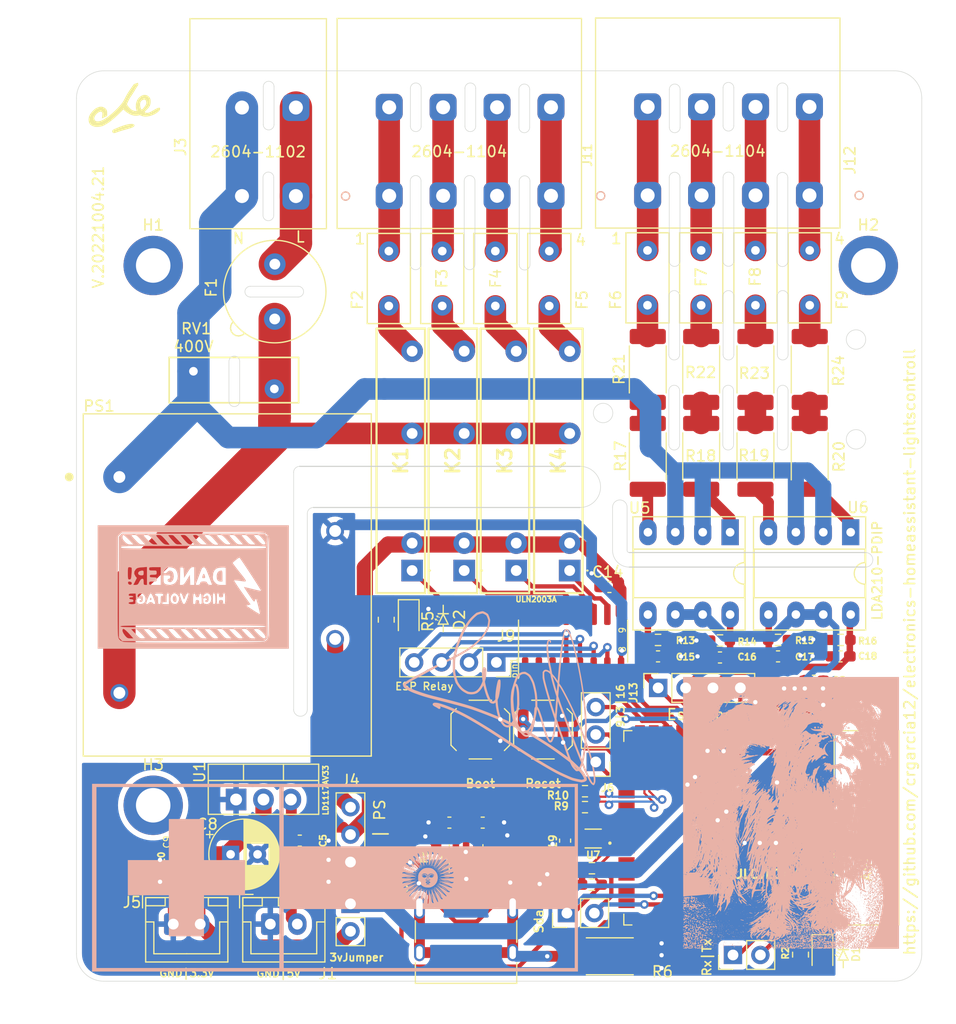
<source format=kicad_pcb>
(kicad_pcb (version 20211014) (generator pcbnew)
  (title_block (title "Home Assistant module for lights control") (date "2022-10-04") (rev "20221004.21"))
  (layers (0 "F.Cu" signal) (31 "B.Cu" signal) (34 "B.Paste" user) (35 "F.Paste" user) (36 "B.SilkS" user "B.Silkscreen") (37 "F.SilkS" user "F.Silkscreen") (38 "B.Mask" user) (39 "F.Mask" user) (44 "Edge.Cuts" user))
  (net 0 "")
  (net 1 "220VAC(L)")
  (net 2 "5V+")
  (net 3 "3.3V+")
  (net 4 "Sens4")
  (net 5 "Sens3")
  (net 6 "Sens2")
  (net 7 "Sens1")
  (net 8 "REO4")
  (net 9 "REO3")
  (net 10 "REO2")
  (net 11 "REO1")
  (net 12 "REI1")
  (net 13 "REI2")
  (net 14 "REI3")
  (net 15 "REI4")
  (net 16 "EspSens1")
  (net 17 "EspSens2")
  (net 18 "EspSens3")
  (net 19 "EspSens4")
  (net 20 "EspRel1")
  (net 21 "EspRel2")
  (net 22 "EspRel3")
  (net 23 "EspRel4")
  (net 24 "L_INPUT")
  (net 27 "220VAC(N)")
  (net 28 "EN")
  (net 29 "D+")
  (net 30 "D-")
  (net 31 "IO0")
  (net 32 "RXD0")
  (net 33 "TXD0")
  (net 34 "VBUS")
  (net 35 "GND")
  (net 41 "Net-(D1-Pad2)")
  (net 42 "Net-(F2-Pad2)")
  (net 43 "Net-(F3-Pad2)")
  (net 44 "Net-(F4-Pad2)")
  (net 45 "Net-(F7-Pad1)")
  (net 46 "Net-(R17-Pad1)")
  (net 47 "Net-(R17-Pad2)")
  (net 48 "Net-(R18-Pad1)")
  (net 49 "Net-(R18-Pad2)")
  (net 50 "SDA")
  (net 51 "SCL")
  (net 52 "Net-(F8-Pad1)")
  (net 53 "Net-(F9-Pad1)")
  (net 54 "Net-(D2-Pad2)")
  (net 55 "220VAC(N)-LowV")
  (net 56 "GPIO3")
  (net 57 "5V+_PS")
  (net 58 "Net-(F5-Pad2)")
  (net 59 "Net-(F6-Pad1)")
  (net 62 "Net-(C10-Pad1)")
  (net 63 "Net-(J8-PadS1)")
  (net 65 "Net-(J8-PadB5)")
  (net 67 "Net-(J8-PadA5)")
  (net 81 "GPIO16")
  (net 84 "GPIO9")
  (net 85 "USB-D+")
  (net 87 "Net-(R19-Pad1)")
  (net 88 "Net-(R19-Pad2)")
  (net 89 "Net-(R20-Pad1)")
  (net 90 "Net-(R20-Pad2)")
  (net 91 "/ESP-D+")
  (net 92 "/ESP-D-")
  (net 93 "USB-D-")
  (net 95 "LED-GPIO")
  (footprint "Connector_PinHeader_2.54mm:PinHeader_1x02_P2.54mm_Vertical" (layer "F.Cu") (at 56.2615 108.3437)
    (fp_text reference "J7" hide)
    (fp_text value "Current Jumper" hide)
  )
  (footprint "Resistor_SMD:R_2512_6332Metric_Pad1.40x3.35mm_HandSolder" (layer "F.Cu") (at 83.8205 58.8411 -90)
    (fp_text reference "R21")
    (fp_text value "150kΩ1w" hide)
  )
  (footprint "Resistor_SMD:R_2512_6332Metric_Pad1.40x3.35mm_HandSolder" (layer "F.Cu") (at 88.7735 58.8411 -90)
    (fp_text reference "R22")
    (fp_text value "150kΩ1w" hide)
  )
  (footprint "Varistor:RV_Disc_D12mm_W4.2mm_P7.5mm" (layer "F.Cu") (at 41.7038 59.01145)
    (fp_text reference "RV1" hide)
    (fp_text value "400V")
  )
  (footprint "Resistor_SMD:R_2512_6332Metric_Pad1.40x3.35mm_HandSolder" (layer "F.Cu") (at 88.7735 66.8929 -90)
    (fp_text reference "R18")
    (fp_text value "150kΩ1w" hide)
  )
  (footprint "Resistor_SMD:R_2512_6332Metric_Pad1.40x3.35mm_HandSolder" (layer "F.Cu") (at 83.8205 66.8929 -90)
    (fp_text reference "R17")
    (fp_text value "150kΩ1w" hide)
  )
  (footprint "LED_SMD:LED_0805_2012Metric_Pad1.15x1.40mm_HandSolder" (layer "F.Cu") (at 61.659 82.033 -90)
    (fp_text reference "D2")
    (fp_text value "LED" hide)
  )
  (footprint "Resistor_SMD:R_0805_2012Metric_Pad1.20x1.40mm_HandSolder" (layer "F.Cu") (at 59.5762 82.026 -90)
    (fp_text reference "R5")
    (fp_text value "100Ω" hide)
  )
  (footprint "Connector_JST:JST_XH_B2B-XH-A_1x02_P2.50mm_Vertical" (layer "F.Cu") (at 48.832 110.219)
    (fp_text reference "J1")
    (fp_text value "GND|5V")
  )
  (footprint "icons:che" (layer "F.Cu") (at 35.2995 34.6185)
    (fp_text reference "G1" hide)
    (fp_text value "LOGO" hide)
  )
  (footprint "icons:led_6000dpi" (layer "F.Cu") (at 64.707 81.915 90)
    (fp_text reference "G4" hide)
    (fp_text value "LOGO" hide)
  )
  (footprint "Capacitor_SMD:C_0603_1608Metric_Pad1.08x0.95mm_HandSolder" (layer "F.Cu") (at 41.275 102.489 180)
    (fp_text reference "C9")
    (fp_text value "100nF" hide)
  )
  (footprint "Capacitor_SMD:C_0805_2012Metric_Pad1.18x1.45mm_HandSolder" (layer "F.Cu") (at 51.816 106.299)
    (fp_text reference "C7")
    (fp_text value "NC")
  )
  (footprint "Capacitor_SMD:C_0603_1608Metric_Pad1.08x0.95mm_HandSolder" (layer "F.Cu") (at 80.264 78.994 180)
    (fp_text reference "C14")
    (fp_text value "100nF" hide)
  )
  (footprint "rac05-05sk:277" (layer "F.Cu") (at 44.8391 78.805)
    (fp_text reference "PS1")
    (fp_text value "RAC05-05SK/277")
  )
  (footprint "Package_TO_SOT_THT:TO-220-3_Vertical" (layer "F.Cu") (at 45.657 98.679)
    (fp_text reference "U1")
    (fp_text value "LD1117AV33")
  )
  (footprint "wago-2604-1104:big_pads_2604-1104" (layer "F.Cu") (at 74.8495 42.7585 180)
    (fp_text reference "J11")
    (fp_text value "2604-1104")
  )
  (footprint "wago-2604-1102:big_pads_2604-1102" (layer "F.Cu") (at 51.2031 42.782099 180)
    (fp_text reference "J3")
    (fp_text value "2604-1102")
  )
  (footprint "wago-2604-1104:big_pads_2604-1104" (layer "F.Cu") (at 98.8095 42.718499 180)
    (fp_text reference "J12")
    (fp_text value "2604-1104")
  )
  (footprint "Fuse:Fuseholder_TR5_Littelfuse_No560_No460" (layer "F.Cu") (at 49.2495 49.0885 -90)
    (fp_text reference "F1")
    (fp_text value "250V500mA")
  )
  (footprint "MountingHole:MountingHole_3.2mm_M3_ISO14580_Pad" (layer "F.Cu") (at 104.2675 49.2125)
    (fp_text reference "H2")
    (fp_text value "MountingHole_Pad" hide)
  )
  (footprint "MountingHole:MountingHole_3.2mm_M3_ISO14580_Pad" (layer "F.Cu") (at 37.9735 49.2125)
    (fp_text reference "H1")
    (fp_text value "MountingHole_Pad" hide)
  )
  (footprint "Package_SO:SOIC-16_3.9x9.9mm_P1.27mm" (layer "F.Cu") (at 76.899 84.009 90)
    (fp_text reference "U4" hide)
    (fp_text value "ULN2003A")
  )
  (footprint "Resistor_SMD:R_2512_6332Metric_Pad1.40x3.35mm_HandSolder" (layer "F.Cu") (at 98.8319 66.8929 -90)
    (fp_text reference "R20")
    (fp_text value "150kΩ1w" hide)
  )
  (footprint "Resistor_SMD:R_2512_6332Metric_Pad1.40x3.35mm_HandSolder" (layer "F.Cu") (at 93.8027 58.8411 -90)
    (fp_text reference "R23")
    (fp_text value "150kΩ1w" hide)
  )
  (footprint "Resistor_SMD:R_2512_6332Metric_Pad1.40x3.35mm_HandSolder" (layer "F.Cu") (at 98.8319 58.8411 -90)
    (fp_text reference "R24")
    (fp_text value "150kΩ1w" hide)
  )
  (footprint "Package_DIP:DIP-8_W7.62mm_Socket_LongPads" (layer "F.Cu") (at 91.454274 73.92332 -90)
    (fp_text reference "U5")
    (fp_text value "LDA210-PDIP")
  )
  (footprint "Package_DIP:DIP-8_W7.62mm_Socket_LongPads" (layer "F.Cu") (at 102.630274 73.92332 -90)
    (fp_text reference "U6")
    (fp_text value "LDA210-PDIP" hide)
  )
  (footprint "Resistor_SMD:R_2512_6332Metric_Pad1.40x3.35mm_HandSolder" (layer "F.Cu") (at 93.8027 66.8929 -90)
    (fp_text reference "R19")
    (fp_text value "150kΩ1w" hide)
  )
  (footprint "Resistor_SMD:R_0603_1608Metric_Pad0.98x0.95mm_HandSolder" (layer "F.Cu") (at 95.8715 89.2175)
    (fp_text reference "R1")
    (fp_text value "10kΩ" hide)
  )
  (footprint "Capacitor_SMD:C_0603_1608Metric_Pad1.08x0.95mm_HandSolder" (layer "F.Cu") (at 99.2245 87.677)
    (fp_text reference "C2")
    (fp_text value "NC" hide)
  )
  (footprint "Capacitor_SMD:C_0603_1608Metric_Pad1.08x0.95mm_HandSolder" (layer "F.Cu") (at 95.859 90.7415 180)
    (fp_text reference "C1")
    (fp_text value "100nF" hide)
  )
  (footprint "Connector_JST:JST_XH_B2B-XH-A_1x02_P2.50mm_Vertical" (layer "F.Cu") (at 39.835 110.219)
    (fp_text reference "J5")
    (fp_text value "GND|3.3V")
  )
  (footprint "Button_Switch_SMD:SW_SPST_SKQG_WithStem" (layer "F.Cu") (at 74.105 92.202 90)
    (fp_text reference "SW1" hide)
    (fp_text value "Switch" hide)
  )
  (footprint "Button_Switch_SMD:SW_SPST_SKQG_WithStem" (layer "F.Cu") (at 68.3 92.202 90)
    (fp_text reference "SW2" hide)
    (fp_text value "Switch" hide)
  )
  (footprint "Connector_PinSocket_2.54mm:PinSocket_1x04_P2.54mm_Vertical" (layer "F.Cu") (at 84.783 88.3416 90)
    (fp_text reference "J13")
    (fp_text value "EspSense")
  )
  (footprint "Connector_PinHeader_2.54mm:PinHeader_1x02_P2.54mm_Vertical" (layer "F.Cu") (at 91.72 113.08 90)
    (fp_text reference "J10" hide)
    (fp_text value "Conn_01x02_Male" hide)
  )
  (footprint "Capacitor_SMD:C_0603_1608Metric_Pad1.08x0.95mm_HandSolder" (layer "F.Cu") (at 99.214 90.7415)
    (fp_text reference "C4")
    (fp_text value "100nF" hide)
  )
  (footprint "Connector_PinHeader_2.54mm:PinHeader_1x03_P2.54mm_Vertical" (layer "F.Cu") (at 56.2615 104.4702 180)
    (fp_text reference "J4")
    (fp_text value "USB | PS")
  )
  (footprint "Capacitor_SMD:C_0603_1608Metric_Pad1.08x0.95mm_HandSolder" (layer "F.Cu") (at 76.1565 102.4867 -90)
    (fp_text reference "C19")
    (fp_text value "100nF" hide)
  )
  (footprint "Resistor_SMD:R_0603_1608Metric_Pad0.98x0.95mm_HandSolder" (layer "F.Cu") (at 69.69 104 90)
    (fp_text reference "R7")
    (fp_text value "5.1kΩ" hide)
  )
  (footprint "Capacitor_SMD:C_0603_1608Metric" (layer "F.Cu") (at 65.43 100.82)
    (fp_text reference "C13" hide)
    (fp_text value "20p" hide)
  )
  (footprint "Resistor_SMD:R_0603_1608Metric_Pad0.98x0.95mm_HandSolder" (layer "F.Cu") (at 95.9001 83.8962)
    (fp_text reference "R15")
    (fp_text value "10kΩ" hide)
  )
  (footprint "Connector_PinHeader_2.54mm:PinHeader_1x03_P2.54mm_Vertical" (layer "F.Cu") (at 79 95.2 180)
    (fp_text reference "J6")
    (fp_text value "Conn_01x02_Male")
  )
  (footprint "RST-80-AMMO:FUSE_RST-1-BULK" (layer "F.Cu") (at 88.7735 50.3555 90)
    (fp_text reference "F7")
    (fp_text value "Fuse")
  )
  (footprint "Resistor_SMD:R_0603_1608Metric_Pad0.98x0.95mm_HandSolder" (layer "F.Cu") (at 84.773 83.8962)
    (fp_text reference "R13")
    (fp_text value "10kΩ" hide)
  )
  (footprint "Resistor_SMD:R_0603_1608Metric" (layer "F.Cu") (at 78 97.91 180)
    (fp_text reference "R10")
    (fp_text value "22r" hide)
  )
  (footprint "Resistor_SMD:R_0603_1608Metric" (layer "F.Cu") (at 78 99.385 180)
    (fp_text reference "R9")
    (fp_text value "22r" hide)
  )
  (footprint "Espressif:ESP32-S3-WROOM-2" (layer "F.Cu") (at 91.35 101.3 -90)
    (fp_text reference "U2")
    (fp_text value "ESP32-S3-WROOM-2" hide)
  )
  (footprint "RST-80-AMMO:FUSE_RST-1-BULK" (layer "F.Cu") (at 98.8319 50.3555 90)
    (fp_text reference "F9")
    (fp_text value "Fuse")
  )
  (footprint "Connector_PinHeader_2.54mm:PinHeader_1x02_P2.54mm_Vertical" (layer "F.Cu") (at 76.325 109.2 90)
    (fp_text reference "J2" hide)
    (fp_text value "Conn_01x02_Male" hide)
  )
  (footprint "LED_SMD:LED_0805_2012Metric_Pad1.15x1.40mm_HandSolder" (layer "F.Cu") (at 100.013 113.0475 -90)
    (fp_text reference "D1")
    (fp_text value "LED")
  )
  (footprint "RST-80-AMMO:FUSE_RST-1-BULK" (layer "F.Cu") (at 74.69 50.419 90)
    (fp_text reference "F5")
    (fp_text value "Fuse")
  )
  (footprint "Capacitor_SMD:C_0805_2012Metric_Pad1.18x1.45mm_HandSolder" (layer "F.Cu") (at 41.021 104.267 180)
    (fp_text reference "C10")
    (fp_text value "NC")
  )
  (footprint "Connector_USB:USB_C_Receptacle_HRO_TYPE-C-31-M-12" (layer "F.Cu") (at 66.976 111.8059)
    (fp_text reference "J8")
    (fp_text value "USB_C_Receptacle_USB2.0")
  )
  (footprint "Resistor_SMD:R_0603_1608Metric_Pad0.98x0.95mm_HandSolder" (layer "F.Cu") (at 101.6913 83.8962)
    (fp_text reference "R16")
    (fp_text value "10kΩ" hide)
  )
  (footprint "Capacitor_SMD:C_0603_1608Metric_Pad1.08x0.95mm_HandSolder" (layer "F.Cu") (at 95.8971 85.4202)
    (fp_text reference "C17")
    (fp_text value "22uF")
  )
  (footprint "Capacitor_SMD:C_0603_1608Metric_Pad1.08x0.95mm_HandSolder" (layer "F.Cu") (at 90.5145 85.5218)
    (fp_text reference "C16")
    (fp_text value "22uF")
  )
  (footprint "Capacitor_SMD:C_0603_1608Metric_Pad1.08x0.95mm_HandSolder" (layer "F.Cu") (at 51.562 102.489)
    (fp_text reference "C5")
    (fp_text value "100nF" hide)
  )
  (footprint "RST-80-AMMO:FUSE_RST-1-BULK" (layer "F.Cu") (at 93.8027 50.3555 90)
    (fp_text reference "F8")
    (fp_text value "Fuse")
  )
  (footprint "icons:led_6000dpi" (layer "F.Cu") (at 101.791 113.03 90)
    (fp_text reference "G2" hide)
    (fp_text value "LOGO" hide)
  )
  (footprint "Capacitor_SMD:C_0603_1608Metric_Pad1.08x0.95mm_HandSolder" (layer "F.Cu") (at 101.6883 85.4202 180)
    (fp_text reference "C18")
    (fp_text value "22uF")
  )
  (footprint "AQG12205:AQG12205" (layer "F.Cu") (at 61.976 77.47 90)
    (fp_text reference "K1")
    (fp_text value "AQG12205" hide)
  )
  (footprint "AQG12205:AQG12205" (layer "F.Cu") (at 66.802 77.47 90)
    (fp_text reference "K2")
    (fp_text value "AQG12205" hide)
  )
  (footprint "RST-80-AMMO:FUSE_RST-1-BULK" (layer "F.Cu") (at 64.77 50.419 90)
    (fp_text reference "F3")
    (fp_text value "Fuse")
  )
  (footprint "AQG12205:AQG12205" (layer "F.Cu") (at 76.581 77.47 90)
    (fp_text reference "K4")
    (fp_text value "AQG12205" hide)
  )
  (footprint "Resistor_SMD:R_2512_6332Metric_Pad1.40x3.35mm_HandSolder" (layer "F.Cu") (at 80.3 113.2)
    (fp_text reference "R6")
    (fp_text value "150kΩ1w" hide)
  )
  (footprint "sht40:XDCR_SHT40-AD1B-R2" (layer "F.Cu") (at 78.76 102.2936 180)
    (fp_text reference "U7")
    (fp_text value "SHT4x" hide)
  )
  (footprint "Package_TO_SOT_SMD:SOT-23-6" (layer "F.Cu") (at 66.98 103.66 90)
    (fp_text reference "U3")
    (fp_text value "USBLC6-2SC6" hide)
  )
  (footprint "AQG12205:AQG12205" (layer "F.Cu") (at 71.628 77.47 90)
    (fp_text reference "K3")
    (fp_text value "AQG12205" hide)
  )
  (footprint "Capacitor_SMD:C_0603_1608Metric" (layer "F.Cu") (at 68.52 100.82)
    (fp_text reference "C12" hide)
    (fp_text value "20p" hide)
  )
  (footprint "Resistor_SMD:R_0603_1608Metric_Pad0.98x0.95mm_HandSolder" (layer "F.Cu") (at 78.6416 105.0426)
    (fp_text reference "R4")
    (fp_text value "10kΩ" hide)
  )
  (footprint "Capacitor_SMD:C_0805_2012Metric_Pad1.18x1.45mm_HandSolder" (layer "F.Cu") (at 41.021 106.299 180)
    (fp_text reference "C11")
    (fp_text value "NC")
  )
  (footprint "Capacitor_THT:CP_Radial_D6.3mm_P2.50mm" (layer "F.Cu") (at 45.149 103.759)
    (fp_text reference "C8")
    (fp_text value "10uF" hide)
  )
  (footprint "RST-80-AMMO:FUSE_RST-1-BULK" (layer "F.Cu") (at 83.7951 50.3555 90)
    (fp_text reference "F6")
    (fp_text value "Fuse")
  )
  (footprint "Capacitor_SMD:C_0603_1608Metric_Pad1.08x0.95mm_HandSolder" (layer "F.Cu") (at 99.2245 89.2175)
    (fp_text reference "C3")
    (fp_text value "22uF" hide)
  )
  (footprint "Capacitor_SMD:C_0805_2012Metric_Pad1.18x1.45mm_HandSolder" (layer "F.Cu") (at 51.816 104.267)
    (fp_text reference "C6")
    (fp_text value "NC")
  )
  (footprint "Resistor_SMD:R_0603_1608Metric_Pad0.98x0.95mm_HandSolder" (layer "F.Cu") (at 90.5134 83.947)
    (fp_text reference "R14")
    (fp_text value "10kΩ" hide)
  )
  (footprint "Resistor_SMD:R_0603_1608Metric_Pad0.98x0.95mm_HandSolder" (layer "F.Cu") (at 78.6416 106.5666)
    (fp_text reference "R3")
    (fp_text value "10kΩ" hide)
  )
  (footprint "RST-80-AMMO:FUSE_RST-1-BULK" (layer "F.Cu") (at 59.817 50.419 90)
    (fp_text reference "F2")
    (fp_text value "Fuse")
  )
  (footprint "Resistor_SMD:R_0805_2012Metric_Pad1.20x1.40mm_HandSolder" (layer "F.Cu") (at 97.981 113.0475 90)
    (fp_text reference "R2")
    (fp_text value "100Ω")
  )
  (footprint "Resistor_SMD:R_0603_1608Metric_Pad0.98x0.95mm_HandSolder" (layer "F.Cu") (at 64.21 104 90)
    (fp_text reference "R8")
    (fp_text value "5.1kΩ" hide)
  )
  (footprint "Connector_PinSocket_2.54mm:PinSocket_1x04_P2.54mm_Vertical" (layer "F.Cu") (at 69.787 85.979 -90)
    (fp_text reference "J9")
    (fp_text value "EspRelays" hide)
  )
  (footprint "MountingHole:MountingHole_3.2mm_M3_ISO14580_Pad" (layer "F.Cu") (at 37.9735 99.2125)
    (fp_text reference "H3")
    (fp_text value "MountingHole_Pad")
  )
  (footprint "Capacitor_SMD:C_0603_1608Metric_Pad1.08x0.95mm_HandSolder" (layer "F.Cu") (at 84.7719 85.4202)
    (fp_text reference "C15")
    (fp_text value "22uF")
  )
  (footprint "RST-80-AMMO:FUSE_RST-1-BULK" (layer "F.Cu") (at 69.69 50.419 90)
    (fp_text reference "F4")
    (fp_text value "Fuse")
  )
  (footprint "icons:danger1_negative" (layer "B.Cu") (at 41.72 78.994 180)
    (fp_text reference "G3" hide)
    (fp_text value "LOGO" hide)
  )
  (footprint "icons:flags" (layer "B.Cu") (at 54.8264 105.918 180)
    (fp_text reference "G6")
    (fp_text value "LOGO" hide)
  )
  (footprint "icons:paula" (layer "B.Cu") (at 69.870727 89.557389 180)
    (fp_text reference "G7" hide)
    (fp_text value "LOGO" hide)
  )
  (footprint "icons:depsi" (layer "B.Cu") (at 97.1 99.9 180)
    (fp_text reference "G***")
    (fp_text value "LOGO" hide)
  )
  (footprint "NetTie:NetTie-2_SMD_Pad2.0mm" (layer "B.Cu") (at 84.0745 64.008 -90)
    (fp_text reference "NT1" hide)
    (fp_text value "NetTie_2")
  )
  (gr_arc (start 109.2205 112.9665) (mid 108.476551 114.762551) (end 106.6805 115.5065) (layer "Edge.Cuts") (width 0.05))
  (gr_line (start 109.2205 112.9665) (end 109.2205 33.7185) (layer "Edge.Cuts") (width 0.05))
  (gr_line (start 67.5395 115.5085) (end 33.4015 115.5085) (layer "Edge.Cuts") (width 0.05))
  (gr_circle (center 103.1245 56.0705) (end 104.0245 56.0705) (layer "Edge.Cuts") (width 0.05) (fill none))
  (gr_line (start 77.5395 71.628) (end 52.8198 71.628) (layer "Edge.Cuts") (width 0.1))
  (gr_line (start 106.6805 31.1785) (end 33.4015 31.1785) (layer "Edge.Cuts") (width 0.05))
  (gr_line (start 51.5498 67.818) (end 77.5395 67.818) (layer "Edge.Cuts") (width 0.1))
  (gr_line (start 30.8615 112.9665) (end 30.8615 33.7185) (layer "Edge.Cuts") (width 0.05))
  (gr_arc (start 77.5395 67.818) (mid 79.4445 69.723) (end 77.5395 71.628) (layer "Edge.Cuts") (width 0.05))
  (gr_arc (start 33.4015 115.5085) (mid 31.605327 114.763259) (end 30.8615 112.9665) (layer "Edge.Cuts") (width 0.05))
  (gr_line (start 106.6805 115.5065) (end 67.5395 115.5085) (layer "Edge.Cuts") (width 0.05))
  (gr_arc (start 106.6805 31.1785) (mid 108.476551 31.922449) (end 109.2205 33.7185) (layer "Edge.Cuts") (width 0.05))
  (gr_line (start 91.79905 57.46455) (end 91.79905 52.03485) (layer "Edge.Cuts") (width 0.05))
  (gr_line (start 95.8034 32.8041) (end 95.8034 36.3125) (layer "Edge.Cuts") (width 0.05))
  (gr_circle (center 79.6803 62.8777) (end 80.5803 62.8777) (layer "Edge.Cuts") (width 0.05) (fill none))
  (gr_line (start 66.80475 41.3793) (end 66.80475 49.10675) (layer "Edge.Cuts") (width 0.05))
  (gr_line (start 61.8182 32.8041) (end 61.8182 36.3125) (layer "Edge.Cuts") (width 0.05))
  (gr_arc (start 82.103 77.14912) (mid 81.011142 76.696858) (end 80.55888 75.605) (layer "Edge.Cuts") (width 0.05))
  (gr_arc (start 86.8177 36.4141) (mid 86.31945 36.91235) (end 85.8212 36.4141) (layer "Edge.Cuts") (width 0.05))
  (gr_line (start 85.77335 52.03485) (end 85.77335 57.46455) (layer "Edge.Cuts") (width 0.05))
  (gr_arc (start 85.8212 32.9057) (mid 86.31945 32.40745) (end 86.8177 32.9057) (layer "Edge.Cuts") (width 0.05))
  (gr_line (start 48.153 41.0591) (end 48.153 44.5675) (layer "Edge.Cuts") (width 0.05))
  (gr_line (start 86.76985 57.46455) (end 86.76985 52.03485) (layer "Edge.Cuts") (width 0.05))
  (gr_arc (start 86.76985 65.805) (mid 86.2716 66.30325) (end 85.77335 65.805) (layer "Edge.Cuts") (width 0.05))
  (gr_arc (start 67.8693 36.3125) (mid 67.37105 36.81075) (end 66.8728 36.3125) (layer "Edge.Cuts") (width 0.05))
  (gr_arc (start 96.80285 48.8149) (mid 96.3046 49.31315) (end 95.80635 48.8149) (layer "Edge.Cuts") (width 0.05))
  (gr_arc (start 66.80475 41.3793) (mid 67.303 40.88105) (end 67.80125 41.3793) (layer "Edge.Cuts") (width 0.05))
  (gr_arc (start 50.991 68.3768) (mid 51.154669 67.981669) (end 51.5498 67.818) (layer "Edge.Cuts") (width 0.05))
  (gr_circle (center 103.1245 65.3161) (end 104.0245 65.3161) (layer "Edge.Cuts") (width 0.05) (fill none))
  (gr_line (start 96.82825 57.46455) (end 96.82825 52.03485) (layer "Edge.Cuts") (width 0.05))
  (gr_arc (start 91.79905 57.46455) (mid 91.3008 57.9628) (end 90.80255 57.46455) (layer "Edge.Cuts") (width 0.05))
  (gr_arc (start 66.8728 32.8041) (mid 67.37105 32.30585) (end 67.8693 32.8041) (layer "Edge.Cuts") (width 0.05))
  (gr_arc (start 96.7999 36.3125) (mid 96.30165 36.81075) (end 95.8034 36.3125) (layer "Edge.Cuts") (width 0.05))
  (gr_line (start 51.415375 51.139375) (end 46.983625 51.139375) (layer "Edge.Cuts") (width 0.05))
  (gr_arc (start 85.77335 52.03485) (mid 86.2716 51.5366) (end 86.76985 52.03485) (layer "Edge.Cuts") (width 0.05))
  (gr_line (start 95.80635 41.08745) (end 95.80635 48.8149) (layer "Edge.Cuts") (width 0.05))
  (gr_line (start 96.80285 48.8149) (end 96.80285 41.08745) (layer "Edge.Cuts") (width 0.05))
  (gr_line (start 71.8766 32.9057) (end 71.8766 36.4141) (layer "Edge.Cuts") (width 0.05))
  (gr_line (start 82.103 75.80292) (end 104.001874 75.80292) (layer "Edge.Cuts") (width 0.1))
  (gr_arc (start 80.55888 71.605) (mid 81.231981 70.931924) (end 81.905081 71.605) (layer "Edge.Cuts") (width 0.05))
  (gr_line (start 90.77715 60.805) (end 90.77715 65.805) (layer "Edge.Cuts") (width 0.05))
  (gr_arc (start 52.261 72.1868) (mid 52.424639 71.791639) (end 52.8198 71.628) (layer "Edge.Cuts") (width 0.05))
  (gr_arc (start 95.83175 52.03485) (mid 96.33 51.5366) (end 96.82825 52.03485) (layer "Edge.Cuts") (width 0.05))
  (gr_line (start 50.991 68.3768) (end 50.991 90.3478) (layer "Edge.Cuts") (width 0.05))
  (gr_arc (start 71.90475 41.405) (mid 72.403 40.90675) (end 72.90125 41.405) (layer "Edge.Cuts") (width 0.05))
  (gr_line (start 85.8095 41.0757) (end 85.8095 48.80315) (layer "Edge.Cuts") (width 0.05))
  (gr_arc (start 62.80125 49.10675) (mid 62.303 49.605) (end 61.80475 49.10675) (layer "Edge.Cuts") (width 0.05))
  (gr_line (start 71.90475 41.405) (end 71.90475 49.13245) (layer "Edge.Cuts") (width 0.05))
  (gr_arc (start 49.176 36.1569) (mid 48.67775 36.65515) (end 48.1795 36.1569) (layer "Edge.Cuts") (width 0.05))
  (gr_arc (start 62.8147 36.3125) (mid 62.31645 36.81075) (end 61.8182 36.3125) (layer "Edge.Cuts") (width 0.05))
  (gr_line (start 91.7961 36.2617) (end 91.7961 32.7533) (layer "Edge.Cuts") (width 0.05))
  (gr_line (start 96.82825 65.805) (end 96.82825 60.805) (layer "Edge.Cuts") (width 0.05))
  (gr_line (start 85.77335 60.805) (end 85.77335 65.805) (layer "Edge.Cuts") (width 0.05))
  (gr_arc (start 95.80635 41.08745) (mid 96.3046 40.5892) (end 96.80285 41.08745) (layer "Edge.Cuts") (width 0.05))
  (gr_line (start 85.8212 32.9057) (end 85.8212 36.4141) (layer "Edge.Cuts") (width 0.05))
  (gr_line (start 95.83175 60.805) (end 95.83175 65.805) (layer "Edge.Cuts") (width 0.05))
  (gr_arc (start 45.9931 61.78375) (mid 45.49485 62.282) (end 44.9966 61.78375) (layer "Edge.Cuts") (width 0.05))
  (gr_line (start 104.001874 77.14912) (end 82.103 77.14912) (layer "Edge.Cuts") (width 0.1))
  (gr_line (start 91.79905 48.7895) (end 91.79905 41.06205) (layer "Edge.Cuts") (width 0.05))
  (gr_arc (start 86.806 48.80315) (mid 86.30775 49.3014) (end 85.8095 48.80315) (layer "Edge.Cuts") (width 0.05))
  (gr_arc (start 48.1795 32.6485) (mid 48.67775 32.15025) (end 49.176 32.6485) (layer "Edge.Cuts") (width 0.05))
  (gr_arc (start 67.80125 49.10675) (mid 67.303 49.605) (end 66.80475 49.10675) (layer "Edge.Cuts") (width 0.05))
  (gr_line (start 49.176 36.1569) (end 49.176 32.6485) (layer "Edge.Cuts") (width 0.05))
  (gr_arc (start 51.415375 51.139375) (mid 51.913625 51.6376) (end 51.415375 52.135875) (layer "Edge.Cuts") (width 0.05))
  (gr_line (start 49.1495 44.5675) (end 49.1495 41.0591) (layer "Edge.Cuts") (width 0.05))
  (gr_line (start 86.806 48.80315) (end 86.806 41.0757) (layer "Edge.Cuts") (width 0.05))
  (gr_arc (start 48.153 41.0591) (mid 48.65125 40.56085) (end 49.1495 41.0591) (layer "Edge.Cuts") (width 0.05))
  (gr_arc (start 49.1495 44.5675) (mid 48.65125 45.06575) (end 48.153 44.5675) (layer "Edge.Cuts") (width 0.05))
  (gr_line (start 72.8731 36.4141) (end 72.8731 32.9057) (layer "Edge.Cuts") (width 0.05))
  (gr_line (start 66.8728 32.8041) (end 66.8728 36.3125) (layer "Edge.Cuts") (width 0.05))
  (gr_line (start 90.80255 52.03485) (end 90.80255 57.46455) (layer "Edge.Cuts") (width 0.05))
  (gr_arc (start 71.8766 32.9057) (mid 72.37485 32.40745) (end 72.8731 32.9057) (layer "Edge.Cuts") (width 0.05))
  (gr_arc (start 86.76985 57.46455) (mid 86.2716 57.9628) (end 85.77335 57.46455) (layer "Edge.Cuts") (width 0.05))
  (gr_arc (start 30.8615 33.7185) (mid 31.605449 31.922449) (end 33.4015 31.1785) (layer "Edge.Cuts") (width 0.05))
  (gr_arc (start 46.983625 52.135875) (mid 46.485325 51.6376) (end 46.983625 51.139375) (layer "Edge.Cuts") (width 0.05))
  (gr_line (start 44.9966 58.10425) (end 44.9966 61.78375) (layer "Edge.Cuts") (width 0.05))
  (gr_line (start 90.80255 41.06205) (end 90.80255 48.7895) (layer "Edge.Cuts") (width 0.05))
  (gr_line (start 67.8693 36.3125) (end 67.8693 32.8041) (layer "Edge.Cuts") (width 0.05))
  (gr_arc (start 61.80475 41.3793) (mid 62.303 40.88105) (end 62.80125 41.3793) (layer "Edge.Cuts") (width 0.05))
  (gr_arc (start 90.80255 52.03485) (mid 91.3008 51.5366) (end 91.79905 52.03485) (layer "Edge.Cuts") (width 0.05))
  (gr_arc (start 91.7961 36.2617) (mid 91.29785 36.75995) (end 90.7996 36.2617) (layer "Edge.Cuts") (width 0.05))
  (gr_arc (start 90.7996 32.7533) (mid 91.29785 32.25505) (end 91.7961 32.7533) (layer "Edge.Cuts") (width 0.05))
  (gr_arc (start 52.261 90.3478) (mid 51.626 90.967378) (end 50.991 90.3478) (layer "Edge.Cuts") (width 0.05))
  (gr_arc (start 95.83175 60.805) (mid 96.33 60.30675) (end 96.82825 60.805) (layer "Edge.Cuts") (width 0.05))
  (gr_arc (start 96.82825 57.46455) (mid 96.33 57.9628) (end 95.83175 57.46455) (layer "Edge.Cuts") (width 0.05))
  (gr_arc (start 91.79905 48.7895) (mid 91.3008 49.28775) (end 90.80255 48.7895) (layer "Edge.Cuts") (width 0.05))
  (gr_arc (start 82.103 75.802919) (mid 81.96305 75.74495) (end 81.905081 75.605) (layer "Edge.Cuts") (width 0.05))
  (gr_arc (start 91.77365 65.805) (mid 91.2754 66.30325) (end 90.77715 65.805) (layer "Edge.Cuts") (width 0.05))
  (gr_line (start 96.7999 36.3125) (end 96.7999 32.8041) (layer "Edge.Cuts") (width 0.05))
  (gr_arc (start 90.80255 41.06205) (mid 91.3008 40.5638) (end 91.79905 41.06205) (layer "Edge.Cuts") (width 0.05))
  (gr_arc (start 61.8182 32.8041) (mid 62.31645 32.30585) (end 62.8147 32.8041) (layer "Edge.Cuts") (width 0.05))
  (gr_line (start 62.8147 36.3125) (end 62.8147 32.8041) (layer "Edge.Cuts") (width 0.05))
  (gr_line (start 48.1795 32.6485) (end 48.1795 36.1569) (layer "Edge.Cuts") (width 0.05))
  (gr_arc (start 72.90125 49.13245) (mid 72.403 49.6307) (end 71.90475 49.13245) (layer "Edge.Cuts") (width 0.05))
  (gr_line (start 95.83175 52.03485) (end 95.83175 57.46455) (layer "Edge.Cuts") (width 0.05))
  (gr_line (start 86.76985 65.805) (end 86.76985 60.805) (layer "Edge.Cuts") (width 0.05))
  (gr_line (start 80.55888 75.605) (end 80.55888 71.605) (layer "Edge.Cuts") (width 0.05))
  (gr_arc (start 44.9966 58.10425) (mid 45.49485 57.606) (end 45.9931 58.10425) (layer "Edge.Cuts") (width 0.05))
  (gr_line (start 62.80125 49.10675) (end 62.80125 41.3793) (layer "Edge.Cuts") (width 0.05))
  (gr_arc (start 104.001874 75.80292) (mid 104.67498 76.476) (end 104.001874 77.14912) (layer "Edge.Cuts") (width 0.05))
  (gr_line (start 81.905081 71.605) (end 81.905081 75.605) (layer "Edge.Cuts") (width 0.05))
  (gr_arc (start 85.77335 60.805) (mid 86.2716 60.30675) (end 86.76985 60.805) (layer "Edge.Cuts") (width 0.05))
  (gr_arc (start 90.77715 60.805) (mid 91.2754 60.30675) (end 91.77365 60.805) (layer "Edge.Cuts") (width 0.05))
  (gr_arc (start 95.8034 32.8041) (mid 96.30165 32.30585) (end 96.7999 32.8041) (layer "Edge.Cuts") (width 0.05))
  (gr_arc (start 72.8731 36.4141) (mid 72.37485 36.91235) (end 71.8766 36.4141) (layer "Edge.Cuts") (width 0.05))
  (gr_line (start 45.9931 61.78375) (end 45.9931 58.10425) (layer "Edge.Cuts") (width 0.05))
  (gr_line (start 90.7996 32.7533) (end 90.7996 36.2617) (layer "Edge.Cuts") (width 0.05))
  (gr_line (start 91.77365 65.805) (end 91.77365 60.805) (layer "Edge.Cuts") (width 0.05))
  (gr_line (start 86.8177 36.4141) (end 86.8177 32.9057) (layer "Edge.Cuts") (width 0.05))
  (gr_line (start 67.80125 49.10675) (end 67.80125 41.3793) (layer "Edge.Cuts") (width 0.05))
  (gr_line (start 52.261 90.3478) (end 52.261 72.1868) (layer "Edge.Cuts") (width 0.05))
  (gr_line (start 46.983625 52.135875) (end 51.415375 52.135875) (layer "Edge.Cuts") (width 0.05))
  (gr_line (start 61.80475 41.3793) (end 61.80475 49.10675) (layer "Edge.Cuts") (width 0.05))
  (gr_arc (start 85.8095 41.0757) (mid 86.30775 40.57745) (end 86.806 41.0757) (layer "Edge.Cuts") (width 0.05))
  (gr_line (start 72.90125 49.13245) (end 72.90125 41.405) (layer "Edge.Cuts") (width 0.05))
  (gr_arc (start 96.82825 65.805) (mid 96.33 66.30325) (end 95.83175 65.805) (layer "Edge.Cuts") (width 0.05))
  (gr_text "4" (at 101.5895 46.7485) (layer "F.SilkS") (effects (font (size 1 1))))
  (gr_text "1" (at 80.9095 46.7185) (layer "F.SilkS") (effects (font (size 1 1))))
  (gr_text "V.20221004.21" (at 32.8935 45.6565 90) (layer "F.SilkS") (effects (font (size 1 1))))
  (gr_text "N" (at 46.503 46.705) (layer "F.SilkS") (effects (font (size 1 1)) (justify right)))
  (gr_text "L" (at 51.0995 46.5685) (layer "F.SilkS") (effects (font (size 1 1)) (justify left)))
  (gr_text "ESP Relay" (at 63.1 88.2) (layer "F.SilkS") (effects (font (size 0.7 0.7) (thickness 0.125))))
  (gr_text "4" (at 77.597 46.863) (layer "F.SilkS") (effects (font (size 1 1))))
  (gr_text "1" (at 57.15 46.736) (layer "F.SilkS") (effects (font (size 1 1))))
  (gr_text "JLCJLCJLCJLC" (at 94.1 105.6) (layer "F.SilkS") (effects (font (size 0.8 0.8) (thickness 0.2))))
  (gr_text "https://github.com/crgarcia12/electronics-homeassistant-lightscontroll" (at 108.103 85.005 90) (layer "F.SilkS") (effects (font (size 1 1))))
  (segment (start 34.8391 88.805) (end 34.8391 79.5757) (width 3) (layer "F.Cu") (net 1))
  (segment (start 49.2038 65.211) (end 49.2038 63.3638) (width 3) (layer "F.Cu") (net 1))
  (segment (start 49.6448 64.77) (end 76.581 64.77) (width 2) (layer "F.Cu") (net 1))
  (segment (start 49.2038 63.3638) (end 49.2395 63.3281) (width 3) (layer "F.Cu") (net 1))
  (segment (start 49.2395 63.3281) (end 49.2395 54.1685) (width 3) (layer "F.Cu") (net 1))
  (segment (start 34.8391 79.5757) (end 49.2038 65.211) (width 3) (layer "F.Cu") (net 1))
  (segment (start 49.2038 65.211) (end 49.6448 64.77) (width 1.5) (layer "F.Cu") (net 1))
  (segment (start 50.7785 104.267) (end 50.7785 109.6655) (width 1) (layer "F.Cu") (net 2))
  (segment (start 59.754 75.057) (end 61.976 75.057) (width 1.5) (layer "F.Cu") (net 2))
  (segment (start 57.881 83.026) (end 57.595 83.312) (width 1) (layer "F.Cu") (net 2))
  (segment (start 57.595 77.216) (end 59.754 75.057) (width 1.5) (layer "F.Cu") (net 2))
  (segment (start 50.7785 101.2405) (end 55.5718 101.2405) (width 1) (layer "F.Cu") (net 2))
  (segment (start 50.7785 104.267) (end 50.7785 101.2405) (width 1) (layer "F.Cu") (net 2))
  (segment (start 81.344 79.2115) (end 81.1265 78.994) (width 1) (layer "F.Cu") (net 2))
  (segment (start 55.5718 101.2405) (end 56.2615 101.9302) (width 1) (layer "F.Cu") (net 2))
  (segment (start 58.061011 97.062211) (end 57.595 96.5962) (width 1.5) (layer "F.Cu") (net 2))
  (segment (start 81.344 81.534) (end 81.344 79.2115) (width 1) (layer "F.Cu") (net 2))
  (segment (start 61.976 75.057) (end 76.581 75.057) (width 1.5) (layer "F.Cu") (net 2))
  (segment (start 50.7785 109.6655) (end 51.332 110.219) (width 1) (layer "F.Cu") (net 2))
  (segment (start 81.1265 78.994) (end 81.1265 78.541122) (width 1) (layer "F.Cu") (net 2))
  (segment (start 58.061011 100.135583) (end 58.061011 97.062211) (width 1.5) (layer "F.Cu") (net 2))
  (segment (start 57.349797 100.846797) (end 58.061011 100.135583) (width 1.5) (layer "F.Cu") (net 2))
  (segment (start 81.1265 78.541122) (end 77.515378 74.93) (width 1) (layer "F.Cu") (net 2))
  (segment (start 56.2615 101.9302) (end 57.344903 100.846797) (width 1.5) (layer "F.Cu") (net 2))
  (segment (start 50.7785 98.7205) (end 50.737 98.679) (width 1) (layer "F.Cu") (net 2))
  (segment (start 57.595 83.312) (end 57.595 77.216) (width 1.5) (layer "F.Cu") (net 2))
  (segment (start 50.7785 101.2405) (end 50.7785 98.7205) (width 1) (layer "F.Cu") (net 2))
  (segment (start 59.5762 83.026) (end 57.881 83.026) (width 1) (layer "F.Cu") (net 2))
  (segment (start 57.595 96.5962) (end 57.595 83.312) (width 1.5) (layer "F.Cu") (net 2))
  (segment (start 57.344903 100.846797) (end 57.349797 100.846797) (width 1.5) (layer "F.Cu") (net 2))
  (segment (start 77.515378 74.93) (end 76.581 74.93) (width 1) (layer "F.Cu") (net 2))
  (segment (start 96.784 88.719) (end 96.457 88.392) (width 1) (layer "F.Cu") (net 3))
  (segment (start 73.8 102.727207) (end 74.903007 101.6242) (width 0.6) (layer "F.Cu") (net 3))
  (segment (start 97.473 89.154) (end 96.8475 89.154) (width 1) (layer "F.Cu") (net 3))
  (segment (start 73.9 105.6) (end 73.8 105.7) (width 0.6) (layer "F.Cu") (net 3))
  (segment (start 74.5291 105.6291) (end 77.7291 105.6291) (width 0.6) (layer "F.Cu") (net 3))
  (segment (start 98.362 89.154) (end 97.473 89.154) (width 1) (layer "F.Cu") (net 3))
  (segment (start 76.4215 101.8892) (end 76.1565 101.6242) (width 0.25) (layer "F.Cu") (net 3))
  (segment (start 77.7291 105.0426) (end 77.7291 105.6291) (width 0.6) (layer "F.Cu") (net 3))
  (segment (start 74.5 105.6) (end 73.9 105.6) (width 0.6) (layer "F.Cu") (net 3))
  (segment (start 77.6965 101.8892) (end 76.4215 101.8892) (width 0.25) (layer "F.Cu") (net 3))
  (segment (start 96.784 89.2175) (end 96.784 88.719) (width 1) (layer "F.Cu") (net 3))
  (segment (start 98.2985 92.7915) (end 98.2985 87.6935) (width 1) (layer "F.Cu") (net 3))
  (segment (start 97.473 88.4301) (end 97.4349 88.392) (width 1) (layer "F.Cu") (net 3))
  (segment (start 74.5 105.6) (end 74.5291 105.6291) (width 0.6) (layer "F.Cu") (net 3))
  (segment (start 73.8 105.7) (end 73.8 102.727207) (width 0.6) (layer "F.Cu") (net 3))
  (segment (start 96.8475 89.154) (end 96.784 89.2175) (width 1) (layer "F.Cu") (net 3))
  (segment (start 98.2985 87.6935) (end 98.362 87.63) (width 1) (layer "F.Cu") (net 3))
  (segment (start 73.8 106.5) (end 73.8 105.7) (width 0.6) (layer "F.Cu") (net 3))
  (segment (start 97.473 89.154) (end 97.473 88.4301) (width 1) (layer "F.Cu") (net 3))
  (segment (start 76.1565 101.6242) (end 74.903007 101.6242) (width 0.6) (layer "F.Cu") (net 3))
  (segment (start 77.7291 105.6291) (end 77.7291 106.5666) (width 0.6) (layer "F.Cu") (net 3))
  (via (at 73.8 106.5) (size 0.8) (drill 0.4) (layers "F.Cu" "B.Cu") (net 3))
  (via (at 96.457 88.392) (size 0.8) (drill 0.4) (layers "F.Cu" "B.Cu") (net 3))
  (via (at 97.4349 88.392) (size 0.8) (drill 0.4) (layers "F.Cu" "B.Cu") (net 3))
  (via (at 98.3747 88.392) (size 0.8) (drill 0.4) (layers "F.Cu" "B.Cu") (net 3))
  (via (at 74.5 105.6) (size 0.8) (drill 0.4) (layers "F.Cu" "B.Cu") (net 3))
  (segment (start 86.374274 81.54332) (end 88.933633 81.54332) (width 1) (layer "B.Cu") (net 3))
  (segment (start 71.69251 110.88) (end 73.361255 109.211255) (width 1.5) (layer "B.Cu") (net 3))
  (segment (start 96.457 88.392) (end 96.457 89.297) (width 1) (layer "B.Cu") (net 3))
  (segment (start 98.372538 88.239582) (end 98.3747 88.23742) (width 1) (layer "B.Cu") (net 3))
  (segment (start 96.431582 88.239582) (end 96.431582 89.890582) (width 1) (layer "B.Cu") (net 3))
  (segment (start 97.4349 89.17722) (end 97.4349 88.392) (width 1.5) (layer "B.Cu") (net 3))
  (segment (start 73.361255 106.738745) (end 74.9 105.2) (width 1.5) (layer "B.Cu") (net 3))
  (segment (start 88.933633 81.54332) (end 90.956313 83.566) (width 1) (layer "B.Cu") (net 3))
  (segment (start 62.25949 110.88) (end 71.69251 110.88) (width 1.5) (layer "B.Cu") (net 3))
  (segment (start 96.431582 89.890582) (end 96.57656 90.03556) (width 1) (layer "B.Cu") (net 3))
  (segment (start 99.378 86.614) (end 100.521 86.614) (width 0.6) (layer "B.Cu") (net 3))
  (segment (start 74.9 105.2) (end 82.76 105.2) (width 1.5) (layer "B.Cu") (net 3))
  (segment (start 100.521 86.614) (end 101.283 85.852) (width 0.6) (layer "B.Cu") (net 3))
  (segment (start 100.090274 81.54332) (end 97.550274 81.54332) (width 1) (layer "B.Cu") (net 3))
  (segment (start 98.3747 88.392) (end 98.3747 87.6173) (width 0.6) (layer "B.Cu") (net 3))
  (segment (start 82.76 105.2) (end 84.13 103.83) (width 1.5) (layer "B.Cu") (net 3))
  (segment (start 101.283 85.852) (end 101.283 82.736046) (width 0.6) (layer "B.Cu") (net 3))
  (segment (start 95.527594 83.566) (end 97.550274 81.54332) (width 1) (layer "B.Cu") (net 3))
  (segment (start 56.2615 108.3437) (end 59.72319 108.3437) (width 1.5) (layer "B.Cu") (net 3))
  (segment (start 84.13 103.83) (end 97.56 90.4) (width 1.5) (layer "B.Cu") (net 3))
  (segment (start 98.3747 88.392) (end 98.22012 88.392) (width 1) (layer "B.Cu") (net 3))
  (segment (start 73.361255 109.211255) (end 73.361255 106.738745) (width 1.5) (layer "B.Cu") (net 3))
  (segment (start 98.22012 89.73988) (end 98.22012 88.392) (width 1.5) (layer "B.Cu") (net 3))
  (segment (start 97.56 90.4) (end 98.22012 89.73988) (width 1.5) (layer "B.Cu") (net 3))
  (segment (start 98.3747 87.6173) (end 99.378 86.614) (width 0.6) (layer "B.Cu") (net 3))
  (segment (start 90.956313 83.566) (end 95.527594 83.566) (width 1) (layer "B.Cu") (net 3))
  (segment (start 59.72319 108.3437) (end 62.25949 110.88) (width 1.5) (layer "B.Cu") (net 3))
  (segment (start 96.457 89.297) (end 97.56 90.4) (width 1) (layer "B.Cu") (net 3))
  (segment (start 98.22012 88.392) (end 97.4349 89.17722) (width 1) (layer "B.Cu") (net 3))
  (segment (start 101.283 82.736046) (end 100.090274 81.54332) (width 0.6) (layer "B.Cu") (net 3))
  (segment (start 98.8095 42.718499) (end 98.8095 47.7931) (width 2) (layer "F.Cu") (net 4))
  (segment (start 98.8095 47.7931) (end 98.8319 47.8155) (width 2) (layer "F.Cu") (net 4))
  (segment (start 98.8095 42.718499) (end 98.8095 34.5185) (width 2) (layer "F.Cu") (net 4))
  (segment (start 93.8095 47.8087) (end 93.8027 47.8155) (width 2) (layer "F.Cu") (net 5))
  (segment (start 93.8095 34.5185) (end 93.8095 42.718499) (width 2) (layer "F.Cu") (net 5))
  (segment (start 93.8095 42.718499) (end 93.8095 47.8087) (width 2) (layer "F.Cu") (net 5))
  (segment (start 88.8095 42.718499) (end 88.8095 34.5185) (width 2) (layer "F.Cu") (net 6))
  (segment (start 88.7735 42.754499) (end 88.8095 42.718499) (width 2) (layer "F.Cu") (net 6))
  (segment (start 88.7735 47.8155) (end 88.7735 42.754499) (width 2) (layer "F.Cu") (net 6))
  (segment (start 83.8095 34.5185) (end 83.8095 42.718499) (width 2) (layer "F.Cu") (net 7))
  (segment (start 83.8095 47.8011) (end 83.7951 47.8155) (width 2) (layer "F.Cu") (net 7))
  (segment (start 83.8095 42.718499) (end 83.8095 47.8011) (width 2) (layer "F.Cu") (net 7))
  (segment (start 76.581 56.769) (end 74.69 54.878) (width 2) (layer "F.Cu") (net 8))
  (segment (start 76.581 57.15) (end 76.581 56.769) (width 2) (layer "F.Cu") (net 8))
  (segment (start 74.69 54.878) (end 74.69 52.959) (width 2) (layer "F.Cu") (net 8))
  (segment (start 69.69 54.707932) (end 69.69 52.959) (width 2) (layer "F.Cu") (net 9))
  (segment (start 71.628 56.645932) (end 69.69 54.707932) (width 2) (layer "F.Cu") (net 9))
  (segment (start 71.628 57.15) (end 71.628 56.645932) (width 2) (layer "F.Cu") (net 9))
  (segment (start 64.77 54.737) (end 64.77 52.959) (width 2) (layer "F.Cu") (net 10))
  (segment (start 66.802 57.15) (end 66.802 56.769) (width 2) (layer "F.Cu") (net 10))
  (segment (start 66.802 56.769) (end 64.77 54.737) (width 2) (layer "F.Cu") (net 10))
  (segment (start 59.817 52.959) (end 59.817 54.991) (width 2) (layer "F.Cu") (net 11))
  (segment (start 59.817 54.991) (end 61.976 57.15) (width 2) (layer "F.Cu") (net 11))
  (segment (start 64.643 80.137) (end 61.976 77.47) (width 0.4) (layer "F.Cu") (net 12))
  (segment (start 75.349138 80.137) (end 64.643 80.137) (width 0.4) (layer "F.Cu") (net 12))
  (segment (start 76.264 81.051862) (end 75.349138 80.137) (width 0.4) (layer "F.Cu") (net 12))
  (segment (start 76.264 81.534) (end 76.264 81.051862) (width 0.4) (layer "F.Cu") (net 12))
  (segment (start 68.86948 79.53748) (end 75.41048 79.53748) (width 0.4) (layer "F.Cu") (net 13))
  (segment (start 76.019618 79.53748) (end 75.41048 79.53748) (width 0.4) (layer "F.Cu") (net 13))
  (segment (start 77.534 81.534) (end 77.534 81.051862) (width 0.4) (layer "F.Cu") (net 13))
  (segment (start 66.802 77.47) (end 68.86948 79.53748) (width 0.4) (layer "F.Cu") (net 13))
  (segment (start 77.534 81.051862) (end 76.019618 79.53748) (width 0.4) (layer "F.Cu") (net 13))
  (segment (start 71.628 77.47) (end 73.09596 78.93796) (width 0.4) (layer "F.Cu") (net 14))
  (segment (start 78.804 81.534) (end 78.804 80.81315) (width 0.4) (layer "F.Cu") (net 14))
  (segment (start 76.92881 78.93796) (end 73.09596 78.93796) (width 0.4) (layer "F.Cu") (net 14))
  (segment (start 78.804 80.81315) (end 76.92881 78.93796) (width 0.4) (layer "F.Cu") (net 14))
  (segment (start 79.439 80.05115) (end 80.074 80.68615) (width 0.4) (layer "F.Cu") (net 15))
  (segment (start 76.581 77.47) (end 76.581 77.7423) (width 0.4) (layer "F.Cu") (net 15))
  (segment (start 80.074 80.68615) (end 80.074 81.407) (width 0.4) (layer "F.Cu") (net 15))
  (segment (start 78.88985 80.05115) (end 79.439 80.05115) (width 0.4) (layer "F.Cu") (net 15))
  (segment (start 76.581 77.7423) (end 78.88985 80.05115) (width 0.4) (layer "F.Cu") (net 15))
  (segment (start 86.964983 89.591111) (end 86.032511 89.591111) (width 0.4) (layer "F.Cu") (net 16))
  (segment (start 83.834274 87.392874) (end 84.783 88.3416) (width 0.6) (layer "F.Cu") (net 16))
  (segment (start 90.0308 90.678) (end 88.051872 90.678) (width 0.4) (layer "F.Cu") (net 16))
  (segment (start 90.7166 91.3638) (end 90.0308 90.678) (width 0.4) (layer "F.Cu") (net 16))
  (segment (start 88.051872 90.678) (end 86.964983 89.591111) (width 0.4) (layer "F.Cu") (net 16))
  (segment (start 83.834274 81.54332) (end 83.834274 87.392874) (width 0.6) (layer "F.Cu") (net 16))
  (segment (start 86.032511 89.591111) (end 84.783 88.3416) (width 0.4) (layer "F.Cu") (net 16))
  (segment (start 90.7166 92.7534) (end 90.7166 91.3638) (width 0.4) (layer "F.Cu") (net 16))
  (segment (start 91.377 85.5218) (end 90.2086 86.6902) (width 0.6) (layer "F.Cu") (net 17))
  (segment (start 91.454274 85.444526) (end 91.377 85.5218) (width 0.6) (layer "F.Cu") (net 17))
  (segment (start 91.454274 81.54332) (end 91.454274 85.444526) (width 0.6) (layer "F.Cu") (net 17))
  (segment (start 88.9744 86.6902) (end 87.323 88.3416) (width 0.6) (layer "F.Cu") (net 17))
  (segment (start 90.2086 86.6902) (end 88.9744 86.6902) (width 0.6) (layer "F.Cu") (net 17))
  (segment (start 90.52348 90.07848) (end 91.9485 91.5035) (width 0.4) (layer "F.Cu") (net 17))
  (segment (start 90.52348 90.07848) (end 89.05988 90.07848) (width 0.4) (layer "F.Cu") (net 17))
  (segment (start 87.323 88.3416) (end 89.05988 90.07848) (width 0.4) (layer "F.Cu") (net 17))
  (segment (start 91.9485 92.7915) (end 91.9485 91.5035) (width 0.4) (layer "F.Cu") (net 17))
  (segment (start 93.2408 91.7194) (end 93.2566 91.7194) (width 0.4) (layer "F.Cu") (net 18))
  (segment (start 89.863 88.3416) (end 91.362 86.8426) (width 0.6) (layer "F.Cu") (net 18))
  (segment (start 93.2566 91.7194) (end 93.2566 92.7534) (width 0.4) (layer "F.Cu") (net 18))
  (segment (start 91.362 86.8426) (end 93.6122 86.8426) (width 0.6) (layer "F.Cu") (net 18))
  (segment (start 95.0346 81.567646) (end 95.010274 81.54332) (width 0.6) (layer "F.Cu") (net 18))
  (segment (start 95.0346 85.4202) (end 95.0346 81.567646) (width 0.6) (layer "F.Cu") (net 18))
  (segment (start 89.863 88.3416) (end 93.2408 91.7194) (width 0.4) (layer "F.Cu") (net 18))
  (segment (start 93.6122 86.8426) (end 95.0346 85.4202) (width 0.6) (layer "F.Cu") (net 18))
  (segment (start 95.190772 86.39472) (end 101.52548 86.39472) (width 0.6) (layer "F.Cu") (net 19))
  (segment (start 101.52548 86.39472) (end 102.5508 85.3694) (width 0.6) (layer "F.Cu") (net 19))
  (segment (start 92.403 88.3416) (end 93.243892 88.3416) (width 0.6) (layer "F.Cu") (net 19))
  (segment (start 93.254361 90.438422) (end 94.53 91.714061) (width 0.4) (layer "F.Cu") (net 19))
  (segment (start 92.901 90.438422) (end 92.901 90.424) (width 0.4) (layer "F.Cu") (net 19))
  (segment (start 92.901 90.424) (end 92.403 89.926) (width 0.4) (layer "F.Cu") (net 19))
  (segment (start 92.403 89.926) (end 92.403 88.3416) (width 0.4) (layer "F.Cu") (net 19))
  (segment (start 93.243892 88.3416) (end 95.190772 86.39472) (width 0.6) (layer "F.Cu") (net 19))
  (segment (start 92.901 90.438422) (end 93.254361 90.438422) (width 0.4) (layer "F.Cu") (net 19))
  (segment (start 102.5508 81.622794) (end 102.630274 81.54332) (width 0.6) (layer "F.Cu") (net 19))
  (segment (start 94.53 91.714061) (end 94.53 92.55) (width 0.4) (layer "F.Cu") (net 19))
  (segment (start 102.5508 85.3694) (end 102.5508 81.622794) (width 0.6) (layer "F.Cu") (net 19))
  (segment (start 77.153 93.147) (end 77.153 88.050978) (width 0.4) (layer "F.Cu") (net 20))
  (segment (start 76.264 87.161978) (end 76.264 86.484) (width 0.4) (layer "F.Cu") (net 20))
  (segment (start 80.047 93.947) (end 77.953 93.947) (width 0.4) (layer "F.Cu") (net 20))
  (segment (start 81.12 95.585) (end 80.6 95.065) (width 0.4) (layer "F.Cu") (net 20))
  (segment (start 77.153 88.050978) (end 76.264 87.161978) (width 0.4) (layer "F.Cu") (net 20))
  (segment (start 76.264 83.312) (end 76.264 86.484) (width 0.4) (layer "F.Cu") (net 20))
  (segment (start 80.6 95.065) (end 80.6 94.5) (width 0.4) (layer "F.Cu") (net 20))
  (segment (start 81.85 95.585) (end 81.12 95.585) (width 0.4) (layer "F.Cu") (net 20))
  (segment (start 77.953 93.947) (end 77.153 93.147) (width 0.4) (layer "F.Cu") (net 20))
  (segment (start 80.6 94.5) (end 80.047 93.947) (width 0.4) (layer "F.Cu") (net 20))
  (via (at 76.264 83.312) (size 0.8) (drill 0.4) (layers "F.Cu" "B.Cu") (net 20))
  (segment (start 62.167 85.827) (end 64.615551 83.378449) (width 0.4) (layer "B.Cu") (net 20))
  (segment (start 64.615551 83.378449) (end 76.197551 83.378449) (width 0.4) (layer "B.Cu") (net 20))
  (segment (start 76.197551 83.378449) (end 76.264 83.312) (width 0.4) (layer "B.Cu") (net 20))
  (segment (start 78.522856 87.955673) (end 78.944329 87.955673) (width 0.4) (layer "F.Cu") (net 21))
  (segment (start 81.251472 89.3) (end 83.291989 91.340517) (width 0.4) (layer "F.Cu") (net 21))
  (segment (start 77.534 86.966817) (end 78.522856 87.955673) (width 0.4) (layer "F.Cu") (net 21))
  (segment (start 85.5985 91.812478) (end 85.5985 92.7915) (width 0.4) (layer "F.Cu") (net 21))
  (segment (start 78.944329 87.955673) (end 80.288655 89.3) (width 0.4) (layer "F.Cu") (net 21))
  (segment (start 77.534 86.484) (end 77.534 86.966817) (width 0.4) (layer "F.Cu") (net 21))
  (segment (start 85.178011 91.391989) (end 85.5985 91.812478) (width 0.4) (layer "F.Cu") (net 21))
  (segment (start 77.534 83.82) (end 77.534 86.484) (width 0.4) (layer "F.Cu") (net 21))
  (segment (start 83.291989 91.391989) (end 85.178011 91.391989) (width 0.4) (layer "F.Cu") (net 21))
  (segment (start 83.291989 91.340517) (end 83.291989 91.391989) (width 0.4) (layer "F.Cu") (net 21))
  (segment (start 80.288655 89.3) (end 81.251472 89.3) (width 0.4) (layer "F.Cu") (net 21))
  (via (at 77.534 83.82) (size 0.8) (drill 0.4) (layers "F.Cu" "B.Cu") (net 21))
  (segment (start 66.422489 84.111511) (end 64.707 85.827) (width 0.4) (layer "B.Cu") (net 21))
  (segment (start 77.534 83.82) (end 77.242489 84.111511) (width 0.4) (layer "B.Cu") (net 21))
  (segment (start 77.242489 84.111511) (end 66.422489 84.111511) (width 0.4) (layer "B.Cu") (net 21))
  (segment (start 85.848491 90.792469) (end 86.8685 91.812478) (width 0.4) (layer "F.Cu") (net 22))
  (segment (start 83.592469 90.792469) (end 85.848491 90.792469) (width 0.4) (layer "F.Cu") (net 22))
  (segment (start 86.8685 91.812478) (end 86.8685 92.7915) (width 0.4) (layer "F.Cu") (net 22))
  (segment (start 78.804 86.484) (end 78.804 86.966817) (width 0.4) (layer "F.Cu") (net 22))
  (segment (start 80.537183 88.7) (end 81.5 88.7) (width 0.4) (layer "F.Cu") (net 22))
  (segment (start 81.5 88.7) (end 83.592469 90.792469) (width 0.4) (layer "F.Cu") (net 22))
  (segment (start 78.804 86.966817) (end 80.537183 88.7) (width 0.4) (layer "F.Cu") (net 22))
  (segment (start 78.804 84.455) (end 78.804 86.484) (width 0.4) (layer "F.Cu") (net 22))
  (via (at 78.804 84.455) (size 0.8) (drill 0.4) (layers "F.Cu" "B.Cu") (net 22))
  (segment (start 78.804 84.455) (end 78.547969 84.711031) (width 0.4) (layer "B.Cu") (net 22))
  (segment (start 68.362969 84.711031) (end 67.247 85.827) (width 0.4) (layer "B.Cu") (net 22))
  (segment (start 78.547969 84.711031) (end 68.362969 84.711031) (width 0.4) (layer "B.Cu") (net 22))
  (segment (start 80.074 84.582) (end 80.074 86.484) (width 0.4) (layer "F.Cu") (net 23))
  (segment (start 88.1385 91.812478) (end 88.1385 92.7915) (width 0.4) (layer "F.Cu") (net 23))
  (segment (start 81.007183 87.9) (end 81.6 87.9) (width 0.4) (layer "F.Cu") (net 23))
  (segment (start 80.074 86.966817) (end 81.007183 87.9) (width 0.4) (layer "F.Cu") (net 23))
  (segment (start 86.518971 90.192949) (end 88.1385 91.812478) (width 0.4) (layer "F.Cu") (net 23))
  (segment (start 83.892949 90.192949) (end 86.518971 90.192949) (width 0.4) (layer "F.Cu") (net 23))
  (segment (start 81.6 87.9) (end 83.892949 90.192949) (width 0.4) (layer "F.Cu") (net 23))
  (segment (start 80.074 86.484) (end 80.074 86.966817) (width 0.4) (layer "F.Cu") (net 23))
  (via (at 80.074 84.582) (size 0.8) (drill 0.4) (layers "F.Cu" "B.Cu") (net 23))
  (segment (start 71.785551 85.310551) (end 70.455449 85.310551) (width 0.4) (layer "B.Cu") (net 23))
  (segment (start 79.345449 85.310551) (end 71.785551 85.310551) (width 0.4) (layer "B.Cu") (net 23))
  (segment (start 80.074 84.582) (end 79.345449 85.310551) (width 0.4) (layer "B.Cu") (net 23))
  (segment (start 70.455449 85.310551) (end 69.787 85.979) (width 0.4) (layer "B.Cu") (net 23))
  (segment (start 51.2031 47.1349) (end 49.2495 49.0885) (width 3) (layer "F.Cu") (net 24))
  (segment (start 51.2031 42.782099) (end 51.2031 47.1349) (width 3) (layer "F.Cu") (net 24))
  (segment (start 51.2031 34.5821) (end 51.2031 42.782099) (width 3) (layer "F.Cu") (net 24))
  (segment (start 46.2031 34.5821) (end 46.2031 38.8239) (width 3) (layer "B.Cu") (net 27))
  (segment (start 41.7038 59.01145) (end 41.7038 61.9403) (width 3) (layer "B.Cu") (net 27))
  (segment (start 41.7038 59.01145) (end 41.7038 53.613238) (width 3) (layer "B.Cu") (net 27))
  (segment (start 41.7038 53.613238) (end 43.723011 51.594027) (width 3) (layer "B.Cu") (net 27))
  (segment (start 43.723011 45.262188) (end 46.2031 42.782099) (width 3) (layer "B.Cu") (net 27))
  (segment (start 38.61405 65.03005) (end 34.8391 68.805) (width 3) (layer "B.Cu") (net 27))
  (segment (start 53.086 65.151) (end 44.9145 65.151) (width 2) (layer "B.Cu") (net 27))
  (segment (start 41.7038 61.9403) (end 38.61405 65.03005) (width 3) (layer "B.Cu") (net 27))
  (segment (start 59.398454 60.649511) (end 82.557511 60.649511) (width 2) (layer "B.Cu") (net 27))
  (segment (start 46.2031 38.8239) (end 46.2031 42.782099) (width 3) (layer "B.Cu") (net 27))
  (segment (start 59.398454 60.649511) (end 57.587489 60.649511) (width 2) (layer "B.Cu") (net 27))
  (segment (start 44.9145 65.151) (end 41.7038 61.9403) (width 2) (layer "B.Cu") (net 27))
  (segment (start 43.723011 51.594027) (end 43.723011 45.262188) (width 3) (layer "B.Cu") (net 27))
  (segment (start 82.557511 60.649511) (end 84.0745 62.1665) (width 2) (layer "B.Cu") (net 27))
  (segment (start 57.587489 60.649511) (end 53.086 65.151) (width 2) (layer "B.Cu") (net 27))
  (segment (start 96.7215 91.133) (end 97.0285 91.44) (width 0.4) (layer "F.Cu") (net 28))
  (segment (start 72.2695 92.1705) (end 72.2695 95.2875) (width 1) (layer "F.Cu") (net 28))
  (segment (start 97.0285 92.7915) (end 97.0285 93.7495) (width 0.6) (layer "F.Cu") (net 28))
  (segment (start 96.5205 90.7415) (end 94.9965 89.2175) (width 0.4) (layer "F.Cu") (net 28))
  (segment (start 72.2695 95.2875) (end 72.255 95.302) (width 1) (layer "F.Cu") (net 28))
  (segment (start 96.486989 94.291011) (end 90.941011 94.291011) (width 0.6) (layer "F.Cu") (net 28))
  (segment (start 90.941011 94.291011) (end 90.85 94.2) (width 0.6) (layer "F.Cu") (net 28))
  (segment (start 96.7215 90.7415) (end 96.7215 91.133) (width 0.4) (layer "F.Cu") (net 28))
  (segment (start 97.0285 91.44) (end 97.0285 92.7915) (width 0.4) (layer "F.Cu") (net 28))
  (segment (start 97.0285 93.7495) (end 96.486989 94.291011) (width 0.6) (layer "F.Cu") (net 28))
  (segment (start 72.2695 91.2305) (end 72.2695 92.1705) (width 1) (layer "F.Cu") (net 28))
  (segment (start 72.2695 88.905) (end 72.2695 91.2305) (width 1) (layer "F.Cu") (net 28))
  (via (at 72.2695 92.1705) (size 0.8) (drill 0.4) (layers "F.Cu" "B.Cu") (net 28))
  (via (at 72.2695 91.2305) (size 0.8) (drill 0.4) (layers "F.Cu" "B.Cu") (net 28))
  (via (at 90.85 94.2) (size 0.8) (drill 0.4) (layers "F.Cu" "B.Cu") (net 28))
  (segment (start 73.1295 92.0905) (end 72.2695 91.2305) (width 0.4) (layer "B.Cu") (net 28))
  (segment (start 87.05 90.4) (end 90.85 94.2) (width 0.4) (layer "B.Cu") (net 28))
  (segment (start 81 90.4) (end 87.05 90.4) (width 0.4) (layer "B.Cu") (net 28))
  (segment (start 73.1295 92.1705) (end 77.2295 92.1705) (width 0.4) (layer "B.Cu") (net 28))
  (segment (start 77.2295 92.1705) (end 78 91.4) (width 0.4) (layer "B.Cu") (net 28))
  (segment (start 73.1295 92.1705) (end 73.1295 92.0905) (width 0.4) (layer "B.Cu") (net 28))
  (segment (start 78 91.4) (end 80 91.4) (width 0.4) (layer "B.Cu") (net 28))
  (segment (start 72.2695 92.1705) (end 73.1295 92.1705) (width 0.4) (layer "B.Cu") (net 28))
  (segment (start 80 91.4) (end 81 90.4) (width 0.4) (layer "B.Cu") (net 28))
  (segment (start 68.788896 98.872501) (end 67.745 99.916397) (width 0.2) (layer "F.Cu") (net 29))
  (segment (start 75.572501 99.428562) (end 75.572501 99.172501) (width 0.2) (layer "F.Cu") (net 29))
  (segment (start 76.662501 98.872501) (end 76.472501 98.872501) (width 0.2) (layer "F.Cu") (net 29))
  (segment (start 76.172501 99.172501) (end 76.172501 99.428562) (width 0.2) (layer "F.Cu") (net 29))
  (segment (start 73.611711 98.872501) (end 68.788896 98.872501) (width 0.2) (layer "F.Cu") (net 29))
  (segment (start 77.175 99.385) (end 76.662501 98.872501) (width 0.2) (layer "F.Cu") (net 29))
  (segment (start 75.272501 98.872501) (end 73.611711 98.872501) (width 0.2) (layer "F.Cu") (net 29))
  (segment (start 67.745 99.916397) (end 67.745 100.82) (width 0.2) (layer "F.Cu") (net 29))
  (segment (start 67.93 102.5225) (end 67.93 101.005) (width 0.2) (layer "F.Cu") (net 29))
  (segment (start 67.93 101.005) (end 67.745 100.82) (width 0.2) (layer "F.Cu") (net 29))
  (arc (start 76.472501 98.872501) (mid 76.260369 98.960369) (end 76.172501 99.172501) (width 0.2) (layer "F.Cu") (net 29))
  (arc (start 76.172501 99.428562) (mid 76.084633 99.640694) (end 75.872501 99.728562) (width 0.2) (layer "F.Cu") (net 29))
  (arc (start 75.572501 99.172501) (mid 75.484633 98.960369) (end 75.272501 98.872501) (width 0.2) (layer "F.Cu") (net 29))
  (arc (start 75.872501 99.728562) (mid 75.660369 99.640694) (end 75.572501 99.428562) (width 0.2) (layer "F.Cu") (net 29))
  (segment (start 68.602501 98.422499) (end 76.662501 98.422499) (width 0.2) (layer "F.Cu") (net 30))
  (segment (start 66.03 100.995) (end 66.205 100.82) (width 0.2) (layer "F.Cu") (net 30))
  (segment (start 66.03 102.5225) (end 66.03 100.995) (width 0.2) (layer "F.Cu") (net 30))
  (segment (start 76.662501 98.422499) (end 77.175 97.91) (width 0.2) (layer "F.Cu") (net 30))
  (segment (start 66.205 100.82) (end 68.602501 98.422499) (width 0.2) (layer "F.Cu") (net 30))
  (segment (start 75.12 110.9) (end 71.86 114.16) (width 0.4) (layer "F.Cu") (net 31))
  (segment (start 78.985001 110.9) (end 75.12 110.9) (width 0.4) (layer "F.Cu") (net 31))
  (segment (start 71.86 114.16) (end 61.7 114.16) (width 0.4) (layer "F.Cu") (net 31))
  (segment (start 61.7 114.16) (end 60.99 113.45) (width 0.4) (layer "F.Cu") (net 31))
  (segment (start 60.99 101.41) (end 66.45 95.95) (width 0.4) (layer "F.Cu") (net 31))
  (segment (start 83.1 110.05) (end 79.835001 110.05) (width 0.4) (layer "F.Cu") (net 31))
  (segment (start 66.45 95.95) (end 66.45 95.302) (width 0.4) (layer "F.Cu") (net 31))
  (segment (start 66.45 89.102) (end 66.45 90.97) (width 1) (layer "F.Cu") (net 31))
  (segment (start 79.835001 110.05) (end 78.985001 110.9) (width 0.4) (layer "F.Cu") (net 31))
  (segment (start 66.45 90.97) (end 66.45 93.13) (width 1) (layer "F.Cu") (net 31))
  (segment (start 66.45 95.302) (end 66.45 93.13) (width 1) (layer "F.Cu") (net 31))
  (segment (start 60.99 113.45) (end 60.99 101.41) (width 0.4) (layer "F.Cu") (net 31))
  (segment (start 92.23 113.08) (end 91.72 113.08) (width 0.4) (layer "F.Cu") (net 32))
  (segment (start 94.53 110.05) (end 94.53 110.78) (width 0.4) (layer "F.Cu") (net 32))
  (segment (start 94.53 110.78) (end 92.23 113.08) (width 0.4) (layer "F.Cu") (net 32))
  (segment (start 95.8 111.54) (end 95.8 110.05) (width 0.4) (layer "F.Cu") (net 33))
  (segment (start 94.26 113.08) (end 95.8 111.54) (width 0.4) (layer "F.Cu") (net 33))
  (segment (start 69.426 107.7609) (end 69.426 108.544) (width 0.4) (layer "F.Cu") (net 34))
  (segment (start 66 110) (end 67.85 110) (width 0.4) (layer "F.Cu") (net 34))
  (segment (start 67.97 110) (end 67.85 110) (width 0.4) (layer "F.Cu") (net 34))
  (segment (start 66.95 103.5355) (end 66.95 102.5525) (width 0.4) (layer "F.Cu") (net 34))
  (segment (start 64.526 106.7359) (end 62.3101 104.52) (width 0.4) (layer "F.Cu") (net 34))
  (segment (start 62.3101 104.52) (end 61.79 104.52) (width 0.4) (layer "F.Cu") (net 34))
  (segment (start 64.526 107.7609) (end 64.526 106.7359) (width 0.4) (layer "F.Cu") (net 34))
  (segment (start 64.526 107.7609) (end 64.526 108.526) (width 0.4) (layer "F.Cu") (net 34))
  (segment (start 64.526 108.526) (end 66 110) (width 0.4) (layer "F.Cu") (net 34))
  (segment (start 69.426 108.544) (end 67.97 110) (width 0.4) (layer "F.Cu") (net 34))
  (segment (start 66.95 102.5525) (end 66.98 102.5225) (width 0.4) (layer "F.Cu") (net 34))
  (via (at 61.79 104.52) (size 0.8) (drill 0.4) (layers "F.Cu" "B.Cu") (net 34))
  (via (at 66.95 103.5355) (size 0.8) (drill 0.4) (layers "F.Cu" "B.Cu") (net 34))
  (segment (start 61.79 104.52) (end 62.7745 103.5355) (width 0.4) (layer "B.Cu") (net 34))
  (segment (start 61.7402 104.4702) (end 56.2615 104.4702) (width 0.4) (layer "B.Cu") (net 34))
  (segment (start 62.7745 103.5355) (end 66.95 103.5355) (width 0.4) (layer "B.Cu") (net 34))
  (segment (start 61.79 104.52) (end 61.7402 104.4702) (width 0.4) (layer "B.Cu") (net 34))
  (segment (start 52.4245 102.489) (end 54.229 102.489) (width 1) (layer "F.Cu") (net 35))
  (segment (start 91.24 99.94) (end 91.1 99.8) (width 1) (layer "F.Cu") (net 35))
  (segment (start 70.48 100.82) (end 70.5 100.8) (width 0.4) (layer "F.Cu") (net 35))
  (segment (start 70.226 107.214) (end 71.07 106.37) (width 0.4) (layer "F.Cu") (net 35))
  (segment (start 81.344 86.484) (end 81.344 84.963) (width 0.4) (layer "F.Cu") (net 35))
  (segment (start 97.9048 85.4202) (end 97.981 85.344) (width 0.6) (layer "F.Cu") (net 35))
  (segment (start 95.76 101.44) (end 95.76 98.44) (width 0.4) (layer "F.Cu") (net 35))
  (segment (start 93.79 89.662) (end 94.8695 90.7415) (width 0.6) (layer "F.Cu") (net 35))
  (segment (start 64.655 100.82) (end 63.52 100.82) (width 0.4) (layer "F.Cu") (net 35))
  (segment (start 69.295 100.82) (end 70.48 100.82) (width 0.4) (layer "F.Cu") (net 35))
  (segment (start 94.26 102.64) (end 94.2 102.7) (width 1) (layer "F.Cu") (net 35))
  (segment (start 96.8634 83.8454) (end 96.8126 83.8962) (width 0.6) (layer "F.Cu") (net 35))
  (segment (start 94.26 98.44) (end 94.26 101.44) (width 0.4) (layer "F.Cu") (net 35))
  (segment (start 85.6855 83.8962) (end 89.5501 83.8962) (width 0.6) (layer "F.Cu") (net 35))
  (segment (start 84.55 112) (end 83.35 113.2) (width 1) (layer "F.Cu") (net 35))
  (segment (start 100.087 90.731) (end 100.0765 90.7415) (width 1) (layer "F.Cu") (net 35))
  (segment (start 75.6073 102.8) (end 76.1565 103.3492) (width 0.6) (layer "F.Cu") (net 35))
  (segment (start 100.0765 92.0835) (end 99.61 92.55) (width 1) (layer "F.Cu") (net 35))
  (segment (start 92.76 101.44) (end 92.76 102.66) (width 1) (layer "F.Cu") (net 35))
  (segment (start 99.1202 85.4202) (end 99.1 85.4) (width 0.6) (layer "F.Cu") (net 35))
  (segment (start 92.76 102.66) (end 92.8 102.7) (width 1) (layer "F.Cu") (net 35))
  (segment (start 88.5322 85.5218) (end 88.4306 85.4202) (width 0.6) (layer "F.Cu") (net 35))
  (segment (start 100.087 87.677) (end 100.087 90.731) (width 1) (layer "F.Cu") (net 35))
  (segment (start 70.226 107.7609) (end 70.226 107.214) (width 0.4) (layer "F.Cu") (net 35))
  (segment (start 66.98 104.7975) (end 66.98 106.020402) (width 0.4) (layer "F.Cu") (net 35))
  (segment (start 88.2 96.9) (end 91.1 99.8) (width 1) (layer "F.Cu") (net 35))
  (segment (start 70.15 89.102) (end 70.15 91.25) (width 1) (layer "F.Cu") (net 35))
  (segment (start 95.76 102.64) (end 95.7 102.7) (width 1) (layer "F.Cu") (net 35))
  (segment (start 85.1 113.1) (end 83.45 113.1) (width 1) (layer "F.Cu") (net 35))
  (segment (start 79.4015 78.5125) (end 78.613 77.724) (width 1) (layer "F.Cu") (net 35))
  (segment (start 85.1 114.3) (end 84.45 114.3) (width 1) (layer "F.Cu") (net 35))
  (segment (start 76.1565 103.3492) (end 76.8057 102.7) (width 0.25) (layer "F.Cu") (net 35))
  (segment (start 63.726 107.566) (end 62.6 106.44) (width 0.4) (layer "F.Cu") (net 35))
  (segment (start 100.0765 90.7415) (end 100.0765 92.0835) (width 1) (layer "F.Cu") (net 35))
  (segment (start 70.15 95.302) (end 70.15 93.25) (width 1) (layer "F.Cu") (net 35))
  (segment (start 94.26 101.44) (end 94.26 102.64) (width 1) (layer "F.Cu") (net 35))
  (segment (start 92.76 99.94) (end 91.24 99.94) (width 1) (layer "F.Cu") (net 35))
  (segment (start 75.9695 95.105) (end 75.9695 93.2283) (width 1) (layer "F.Cu") (net 35))
  (segment (start 87.5 97.3) (end 88.2 96.6) (width 1) (layer "F.Cu") (net 35))
  (segment (start 89.5501 83.8962) (end 89.6009 83.947) (width 0.6) (layer "F.Cu") (net 35))
  (segment (start 95.76 98.44) (end 95.76 97.14) (width 1) (layer "F.Cu") (net 35))
  (segment (start 69.69 103.0875) (end 69.7125 103.0875) (width 0.4) (layer "F.Cu") (net 35))
  (segment (start 69.7125 103.0875) (end 70.8 102) (width 0.4) (layer "F.Cu") (net 35))
  (segment (start 61.659 81.008) (end 63.4698 81.008) (width 1.5) (layer "F.Cu") (net 35))
  (segment (start 99.61 92.55) (end 99.61 100.01) (width 1) (layer "F.Cu") (net 35))
  (segment (start 95.76 98.44) (end 92.76 98.44) (width 0.4) (layer "F.Cu") (net 35))
  (segment (start 63.4698 81.008) (end 63.4878 81.026) (width 1.5) (layer "F.Cu") (net 35))
  (segment (start 100.8258 85.4202) (end 99.1202 85.4202) (width 0.6) (layer "F.Cu") (net 35))
  (segment (start 52.8535 104.267) (end 54.229 104.267) (width 1) (layer "F.Cu") (net 35))
  (segment (start 92.76 101.44) (end 95.76 101.44) (width 0.4) (layer "F.Cu") (net 35))
  (segment (start 99.61 110.05) (end 99.61 111.6195) (width 1) (layer "F.Cu") (net 35))
  (segment (start 87.5 97.8) (end 90.3 100.6) (width 1) (layer "F.Cu") (net 35))
  (segment (start 95.76 101.44) (end 95.76 102.64) (width 1) (layer "F.Cu") (net 35))
  (segment (start 75 102.8) (end 75.6073 102.8) (width 0.6) (layer "F.Cu") (net 35))
  (segment (start 52.8535 106.299) (end 54.229 106.299) (width 1) (layer "F.Cu") (net 35))
  (segment (start 99.54 99.94) (end 99.61 100.01) (width 1) (layer "F.Cu") (net 35))
  (segment (start 85.6344 85.4202) (end 86.9066 85.4202) (width 0.6) (layer "F.Cu") (net 35))
  (segment (start 39.835 103.0665) (end 40.4125 102.489) (width 1) (layer "F.Cu") (net 35))
  (segment (start 94.26 99.94) (end 95.76 99.94) (width 0.4) (layer "F.Cu") (net 35))
  (segment (start 88.2 96.6) (end 88.2 96.9) (width 1) (layer "F.Cu") (net 35))
  (segment (start 63.52 100.82) (end 63.5 100.8) (width 0.4) (layer "F.Cu") (net 35))
  (segment (start 79.4015 78.994) (end 79.4015 78.5125) (width 1) (layer "F.Cu") (net 35))
  (segment (start 99.61 100.01) (end 99.61 110.05) (width 1) (layer "F.Cu") (net 35))
  (segment (start 64.21 103.0875) (end 64.1875 103.0875) (width 0.4) (layer "F.Cu") (net 35))
  (segment (start 63.726 107.7609) (end 63.726 107.566) (width 0.4) (layer "F.Cu") (net 35))
  (segment (start 84.45 114.3) (end 83.35 113.2) (width 1) (layer "F.Cu") (net 35))
  (segment (start 64.1875 103.0875) (end 63.2 102.1) (width 0.4) (layer "F.Cu") (net 35))
  (segment (start 95.76 97.14) (end 95.8 97.1) (width 1) (layer "F.Cu") (net 35))
  (segment (start 66.98 106.020402) (end 66.995998 106.0364) (width 0.4) (layer "F.Cu") (net 35))
  (segment (start 39.835 110.219) (end 39.835 103.0665) (width 1) (layer "F.Cu") (net 35))
  (segment (start 70.15 91.25) (end 70.15 93.25) (width 1) (layer "F.Cu") (net 35))
  (segment (start 81.344 84.963) (end 81.423511 84.883489) (width 0.4) (layer "F.Cu") (net 35))
  (segment (start 100.7788 83.8454) (end 96.8634 83.8454) (width 0.6) (layer "F.Cu") (net 35))
  (segment (start 95.76 99.94) (end 99.54 99.94) (width 1) (layer "F.Cu") (net 35))
  (segment (start 99.61 111.6195) (end 100.013 112.0225) (width 1) (layer "F.Cu") (net 35))
  (segment (start 39.9835 106.299) (end 38.608 106.299) (width 1) (layer "F.Cu") (net 35))
  (segment (start 76.8057 102.7) (end 77.6965 102.7) (width 0.25) (layer "F.Cu") (net 35))
  (segment (start 89.652 85.5218) (end 88.5322 85.5218) (width 0.6) (layer "F.Cu") (net 35))
  (segment (start 83.45 113.1) (end 83.35 113.2) (width 1) (layer "F.Cu") (net 35))
  (segment (start 87.5 97.3) (end 87.5 97.8) (width 1) (layer "F.Cu") (net 35))
  (segment (start 94.8695 90.7415) (end 94.9965 90.7415) (width 0.6) (layer "F.Cu") (net 35))
  (segment (start 85.1 112) (end 84.55 112) (width 1) (layer "F.Cu") (net 35))
  (segment (start 75.9695 93.2283) (end 75.9695 90.3835) (width 1) (layer "F.Cu") (net 35))
  (segment (start 91.1 99.8) (end 90.3 100.6) (width 1) (layer "F.Cu") (net 35))
  (segment (start 96.7596 85.4202) (end 97.9048 85.4202) (width 0.6) (layer "F.Cu") (net 35))
  (segment (start 92.76 98.44) (end 92.76 101.44) (width 0.4) (layer "F.Cu") (net 35))
  (segment (start 75.9695 88.905) (end 75.9695 90.3835) (width 1) (layer "F.Cu") (net 35))
  (segment (start 39.9835 104.267) (end 38.608 104.267) (width 1) (layer "F.Cu") (net 35))
  (via (at 95.7 102.7) (size 0.8) (drill 0.4) (layers "F.Cu" "B.Cu") (net 35))
  (via (at 91.1 99.8) (size 0.8) (drill 0.4) (layers "F.Cu" "B.Cu") (net 35))
  (via (at 100.0638 88.392) (size 0.8) (drill 0.4) (layers "F.Cu" "B.Cu") (net 35))
  (via (at 88.329 83.947) (size 0.8) (drill 0.4) (layers "F.Cu" "B.Cu") (net 35))
  (via (at 54.229 104.267) (size 0.8) (drill 0.4) (layers "F.Cu" "B.Cu") (net 35))
  (via (at 86.9066 83.8962) (size 0.8) (drill 0.4) (layers "F.Cu" "B.Cu") (net 35))
  (via (at 99.1494 83.8454) (size 0.8) (drill 0.4) (layers "F.Cu" "B.Cu") (net 35))
  (via (at 100.087 89.916) (size 0.8) (drill 0.4) (layers "F.Cu" "B.Cu") (net 35))
  (via (at 63.5 100.8) (size 0.8) (drill 0.4) (layers "F.Cu" "B.Cu") (net 35))
  (via (at 98.2858 83.8454) (size 0.8) (drill 0.4) (layers "F.Cu" "B.Cu") (net 35))
  (via (at 93.79 89.662) (size 0.8) (drill 0.4) (layers "F.Cu" "B.Cu") (net 35))
  (via (at 63.2 102.1) (size 0.8) (drill 0.4) (layers "F.Cu" "B.Cu") (net 35))
  (via (at 70.5 100.8) (size 0.8) (drill 0.4) (layers "F.Cu" "B.Cu") (net 35))
  (via (at 94.2 102.7) (size 0.8) (drill 0.4) (layers "F.Cu" "B.Cu") (net 35))
  (via (at 75 102.8) (size 0.8) (drill 0.4) (layers "F.Cu" "B.Cu") (net 35))
  (via (at 54.229 102.489) (size 0.8) (drill 0.4) (layers "F.Cu" "B.Cu") (net 35))
  (via (at 38.608 106.299) (size 0.8) (drill 0.4) (layers "F.Cu" "B.Cu") (net 35))
  (via (at 88.4306 85.4202) (size 0.8) (drill 0.4) (layers "F.Cu" "B.Cu") (net 35))
  (via (at 38.608 104.267) (size 0.8) (drill 0.4) (layers "F.Cu" "B.Cu") (net 35))
  (via (at 66.995998 106.0364) (size 0.8) (drill 0.4) (layers "F.Cu" "B.Cu") (net 35))
  (via (at 95.8 97.1) (size 0.8) (drill 0.4) (layers "F.Cu" "B.Cu") (net 35))
  (via (at 63.4878 81.026) (size 0.8) (drill 0.4) (layers "F.Cu" "B.Cu") (net 35))
  (via (at 85.1 112) (size 0.8) (drill 0.4) (layers "F.Cu" "B.Cu") (net 35))
  (via (at 85.1 113.1) (size 0.8) (drill 0.4) (layers "F.Cu" "B.Cu") (net 35))
  (via (at 99.1 85.4) (size 0.8) (drill 0.4) (layers "F.Cu" "B.Cu") (net 35))
  (via (at 97.981 85.344) (size 0.8) (drill 0.4) (layers "F.Cu" "B.Cu") (net 35))
  (via (at 90.3 100.6) (size 0.8) (drill 0.4) (layers "F.Cu" "B.Cu") (net 35))
  (via (at 54.229 106.299) (size 0.8) (drill 0.4) (layers "F.Cu" "B.Cu") (net 35))
  (via (at 70.8 102) (size 0.8) (drill 0.4) (layers "F.Cu" "B.Cu") (net 35))
  (via (at 81.423511 84.883489) (size 0.8) (drill 0.4) (layers "F.Cu" "B.Cu") (net 35))
  (via (at 62.6 106.44) (size 0.8) (drill 0.4) (layers "F.Cu" "B.Cu") (net 35))
  (via (at 88.2 96.6) (size 0.8) (drill 0.4) (layers "F.Cu" "B.Cu") (net 35))
  (via (at 86.9066 85.4202) (size 0.8) (drill 0.4) (layers "F.Cu" "B.Cu") (net 35))
  (via (at 75.883 90.932) (size 0.8) (drill 0.4) (layers "F.Cu" "B.Cu") (net 35))
  (via (at 85.1 114.3) (size 0.8) (drill 0.4) (layers "F.Cu" "B.Cu") (net 35))
  (via (at 71.07 106.37) (size 0.8) (drill 0.4) (layers "F.Cu" "B.Cu") (net 35))
  (via (at 70.15 91.25) (size 0.8) (drill 0.4) (layers "F.Cu" "B.Cu") (net 35))
  (via (at 78.613 77.724) (size 0.8) (drill 0.4) (layers "F.Cu" "B.Cu") (net 35))
  (via (at 87.5 97.3) (size 0.8) (drill 0.4) (layers "F.Cu" "B.Cu") (net 35))
  (via (at 75.9695 93.3958) (size 0.8) (drill 0.4) (layers "F.Cu" "B.Cu") (net 35))
  (via (at 92.8 102.7) (size 0.8) (drill 0.4) (layers "F.Cu" "B.Cu") (net 35))
  (via (at 70.15 93.25) (size 0.8) (drill 0.4) (layers "F.Cu" "B.Cu") (net 35))
  (segment (start 55.413611 73.230489) (end 54.8391 73.805) (width 1) (layer "B.Cu") (net 35))
  (segment (start 81.423511 80.534511) (end 81.423511 81.898489) (width 1) (layer "B.Cu") (net 35))
  (segment (start 77.284962 73.230489) (end 55.413611 73.230489) (width 1) (layer "B.Cu") (net 35))
  (segment (start 78.613 77.724) (end 81.423511 80.534511) (width 1) (layer "B.Cu") (net 35))
  (segment (start 81.423511 81.898489) (end 81.423511 84.883489) (width 1) (layer "B.Cu") (net 35))
  (segment (start 78.613 77.724) (end 78.613 74.558527) (width 1) (layer "B.Cu") (net 35))
  (segment (start 78.613 74.558527) (end 77.284962 73.230489) (width 1) (layer "B.Cu") (net 35))
  (segment (start 97.981 114.0475) (end 99.988 114.0475) (width 0.4) (layer "F.Cu") (net 41))
  (segment (start 99.988 114.0475) (end 100.013 114.0725) (width 0.4) (layer "F.Cu") (net 41))
  (segment (start 59.8495 42.7585) (end 59.8495 47.8465) (width 2) (layer "F.Cu") (net 42))
  (segment (start 59.8495 47.8465) (end 59.817 47.879) (width 2) (layer "F.Cu") (net 42))
  (segment (start 59.8495 34.558501) (end 59.8495 42.7585) (width 2) (layer "F.Cu") (net 42))
  (segment (start 64.8495 34.558501) (end 64.8495 42.7585) (width 2) (layer "F.Cu") (net 43))
  (segment (start 64.8495 42.7585) (end 64.8495 47.7995) (width 2) (layer "F.Cu") (net 43))
  (segment (start 64.8495 47.7995) (end 64.77 47.879) (width 2) (layer "F.Cu") (net 43))
  (segment (start 69.8495 47.7195) (end 69.69 47.879) (width 2) (layer "F.Cu") (net 44))
  (segment (start 69.8495 34.558501) (end 69.8495 42.7585) (width 2) (layer "F.Cu") (net 44))
  (segment (start 69.8495 42.7585) (end 69.8495 47.7195) (width 2) (layer "F.Cu") (net 44))
  (segment (start 88.7735 52.8955) (end 88.7735 55.7911) (width 2) (layer "F.Cu") (net 45))
  (segment (start 83.8205 61.8911) (end 83.8205 63.8429) (width 2) (layer "F.Cu") (net 46))
  (segment (start 83.8205 73.909546) (end 83.834274 73.92332) (width 1) (layer "F.Cu") (net 47))
  (segment (start 83.8205 69.9429) (end 83.8205 73.909546) (width 1) (layer "F.Cu") (net 47))
  (segment (start 88.7735 61.8911) (end 88.7735 63.8429) (width 2) (layer "F.Cu") (net 48))
  (segment (start 91.454274 72.623674) (end 88.7735 69.9429) (width 1) (layer "F.Cu") (net 49))
  (segment (start 91.454274 73.92332) (end 91.454274 72.623674) (width 1) (layer "F.Cu") (net 49))
  (segment (start 78.74208 104.572304) (end 78.74208 105.75458) (width 0.25) (layer "F.Cu") (net 50))
  (segment (start 84.357066 107.6005) (end 91.7005 107.6005) (width 0.4) (layer "F.Cu") (net 50))
  (segment (start 91.7005 107.6005) (end 93.26 109.16) (width 0.4) (layer "F.Cu") (net 50))
  (segment (start 78.74208 105.75458) (end 79.5541 106.5666) (width 0.25) (layer "F.Cu") (net 50))
  (segment (start 80.0219 102.7) (end 79.62 102.7) (width 0.25) (layer "F.Cu") (net 50))
  (segment (start 80.16 103.154384) (end 80.16 102.8381) (width 0.25) (layer "F.Cu") (net 50))
  (segment (start 78.74208 104.572304) (end 80.16 103.154384) (width 0.25) (layer "F.Cu") (net 50))
  (segment (start 76.325 109.2) (end 76.9207 109.2) (width 0.4) (layer "F.Cu") (net 50))
  (segment (start 76.9207 109.2) (end 79.5541 106.5666) (width 0.4) (layer "F.Cu") (net 50))
  (segment (start 93.26 109.16) (end 93.26 110.05) (width 0.4) (layer "F.Cu") (net 50))
  (segment (start 80.16 102.8381) (end 80.0219 102.7) (width 0.25) (layer "F.Cu") (net 50))
  (via (at 84.357066 107.6005) (size 0.8) (drill 0.4) (layers "F.Cu" "B.Cu") (net 50))
  (segment (start 76.325 109.2) (end 77.9245 107.6005) (width 0.4) (layer "B.Cu") (net 50))
  (segment (start 77.9245 107.6005) (end 84.357066 107.6005) (width 0.4) (layer "B.Cu") (net 50))
  (segment (start 79.5541 105.0426) (end 79.6811 105.0426) (width 0.25) (layer "F.Cu") (net 51))
  (segment (start 91.99 109.32) (end 91.07 108.4) (width 0.4) (layer "F.Cu") (net 51))
  (segment (start 80.4416 105.9301) (end 79.5541 105.0426) (width 0.4) (layer "F.Cu") (net 51))
  (segment (start 79.5541 104.544) (end 80.60952 103.48858) (width 0.25) (layer "F.Cu") (net 51))
  (segment (start 79.6531 105.0146) (end 79.6811 105.0426) (width 0.25) (layer "F.Cu") (net 51))
  (segment (start 91.99 110.05) (end 91.99 109.32) (width 0.4) (layer "F.Cu") (net 51))
  (segment (start 80.1111 101.8892) (end 79.62 101.8892) (width 0.25) (layer "F.Cu") (net 51))
  (segment (start 78.865 109.2) (end 80.4416 107.6234) (width 0.4) (layer "F.Cu") (net 51))
  (segment (start 80.60952 102.38762) (end 80.1111 101.8892) (width 0.25) (layer "F.Cu") (net 51))
  (segment (start 79.5541 105.0426) (end 79.5541 104.544) (width 0.25) (layer "F.Cu") (net 51))
  (segment (start 80.60952 103.48858) (end 80.60952 102.38762) (width 0.25) (layer "F.Cu") (net 51))
  (segment (start 91.07 108.4) (end 83.5 108.4) (width 0.4) (layer "F.Cu") (net 51))
  (segment (start 79.5541 105.0426) (end 80.41612 105.90462) (width 0.35) (layer "F.Cu") (net 51))
  (segment (start 80.4416 107.6234) (end 80.4416 105.9301) (width 0.4) (layer "F.Cu") (net 51))
  (via (at 83.5 108.4) (size 0.8) (drill 0.4) (layers "F.Cu" "B.Cu") (net 51))
  (segment (start 79.6 108.4) (end 78.865 109.135) (width 0.4) (layer "B.Cu") (net 51))
  (segment (start 83.5 108.4) (end 79.6 108.4) (width 0.4) (layer "B.Cu") (net 51))
  (segment (start 78.865 109.135) (end 78.865 109.2) (width 0.4) (layer "B.Cu") (net 51))
  (segment (start 93.8027 52.8955) (end 93.8027 55.7911) (width 2) (layer "F.Cu") (net 52))
  (segment (start 98.8319 52.8955) (end 98.8319 55.7911) (width 2) (layer "F.Cu") (net 53))
  (segment (start 59.5762 81.026) (end 59.627 81.026) (width 0.4) (layer "F.Cu") (net 54))
  (segment (start 59.627 81.026) (end 61.659 83.058) (width 0.4) (layer "F.Cu") (net 54))
  (segment (start 84.0745 66.008) (end 86.2655 68.199) (width 1.5) (layer "B.Cu") (net 55))
  (segment (start 86.2655 68.199) (end 88.71 68.199) (width 1.5) (layer "B.Cu") (net 55))
  (segment (start 97.550274 68.276274) (end 97.473 68.199) (width 1.5) (layer "B.Cu") (net 55))
  (segment (start 86.374274 68.307774) (end 86.2655 68.199) (width 1.5) (layer "B.Cu") (net 55))
  (segment (start 97.550274 73.92332) (end 97.550274 68.276274) (width 1.5) (layer "B.Cu") (net 55))
  (segment (start 88.914274 73.92332) (end 88.914274 68.403274) (width 1.5) (layer "B.Cu") (net 55))
  (segment (start 98.616 68.199) (end 100.090274 69.673274) (width 1.5) (layer "B.Cu") (net 55))
  (segment (start 86.374274 73.92332) (end 86.374274 68.307774) (width 1.5) (layer "B.Cu") (net 55))
  (segment (start 88.914274 68.403274) (end 88.71 68.199) (width 1.5) (layer "B.Cu") (net 55))
  (segment (start 88.71 68.199) (end 97.473 68.199) (width 1.5) (layer "B.Cu") (net 55))
  (segment (start 100.090274 69.673274) (end 100.090274 73.92332) (width 1.5) (layer "B.Cu") (net 55))
  (segment (start 97.473 68.199) (end 98.616 68.199) (width 1.5) (layer "B.Cu") (net 55))
  (segment (start 80.195 92.66) (end 79 92.66) (width 0.4) (layer "F.Cu") (net 56))
  (segment (start 81.85 94.315) (end 80.195 92.66) (width 0.4) (layer "F.Cu") (net 56))
  (segment (start 54.8391 97.9678) (end 56.2615 99.3902) (width 1.5) (layer "F.Cu") (net 57))
  (segment (start 54.8391 83.805) (end 54.8391 97.9678) (width 1.5) (layer "F.Cu") (net 57))
  (segment (start 74.8495 42.7585) (end 74.8495 47.7195) (width 2) (layer "F.Cu") (net 58))
  (segment (start 74.8495 47.7195) (end 74.69 47.879) (width 2) (layer "F.Cu") (net 58))
  (segment (start 74.8495 34.558501) (end 74.8495 42.7585) (width 2) (layer "F.Cu") (net 58))
  (segment (start 83.7951 55.7657) (end 83.8205 55.7911) (width 2) (layer "F.Cu") (net 59))
  (segment (start 83.7951 52.8955) (end 83.7951 55.7657) (width 2) (layer "F.Cu") (net 59))
  (segment (start 42.0585 104.267) (end 42.0585 102.568) (width 1.5) (layer "F.Cu") (net 62))
  (segment (start 42.0585 104.267) (end 42.0585 109.9425) (width 1.5) (layer "F.Cu") (net 62))
  (segment (start 42.5665 103.759) (end 42.0585 104.267) (width 1.5) (layer "F.Cu") (net 62))
  (segment (start 44.514 112.395) (end 54.7502 112.395) (width 1.5) (layer "F.Cu") (net 62))
  (segment (start 45.149 103.759) (end 42.5665 103.759) (width 1.5) (layer "F.Cu") (net 62))
  (segment (start 48.197 100.33) (end 48.197 98.679) (width 1.5) (layer "F.Cu") (net 62))
  (segment (start 54.7502 112.395) (end 56.2615 110.8837) (width 1.5) (layer "F.Cu") (net 62))
  (segment (start 42.335 110.219) (end 42.338 110.219) (width 1.5) (layer "F.Cu") (net 62))
  (segment (start 42.338 110.219) (end 44.514 112.395) (width 1.5) (layer "F.Cu") (net 62))
  (segment (start 45.149 103.378) (end 48.197 100.33) (width 1.5) (layer "F.Cu") (net 62))
  (segment (start 45.149 103.759) (end 45.149 103.378) (width 1.5) (layer "F.Cu") (net 62))
  (segment (start 42.0585 109.9425) (end 42.335 110.219) (width 1.5) (layer "F.Cu") (net 62))
  (segment (start 42.0585 102.568) (end 42.1375 102.489) (width 1.5) (layer "F.Cu") (net 62))
  (segment (start 62.656 112.8559) (end 71.296 112.8559) (width 1) (layer "F.Cu") (net 63))
  (segment (start 77.25 113.2) (end 74.5 113.2) (width 1) (layer "F.Cu") (net 63))
  (segment (start 62.656 108.6759) (end 62.656 112.8559) (width 1) (layer "F.Cu") (net 63))
  (segment (start 71.296 108.6759) (end 71.296 112.8559) (width 1) (layer "F.Cu") (net 63))
  (via (at 74.5 113.2) (size 0.8) (drill 0.4) (layers "F.Cu" "B.Cu") (net 63))
  (segment (start 71.6401 113.2) (end 71.296 112.8559) (width 1) (layer "B.Cu") (net 63))
  (segment (start 74.5 113.2) (end 71.6401 113.2) (width 1) (layer "B.Cu") (net 63))
  (segment (start 68.726 106.614) (end 68.726 107.7609) (width 0.25) (layer "F.Cu") (net 65))
  (segment (start 69.69 104.9125) (end 69.69 105.65) (width 0.25) (layer "F.Cu") (net 65))
  (segment (start 69.69 105.65) (end 68.726 106.614) (width 0.25) (layer "F.Cu") (net 65))
  (segment (start 65.726 107.7609) (end 65.726 106.4285) (width 0.25) (layer "F.Cu") (net 67))
  (segment (start 65.726 106.4285) (end 64.21 104.9125) (width 0.25) (layer "F.Cu") (net 67))
  (segment (start 80.72 90.12) (end 81.8 91.2) (width 0.4) (layer "F.Cu") (net 81))
  (segment (start 89.45 92.55) (end 89.45 94.08) (width 0.4) (layer "F.Cu") (net 81))
  (segment (start 89.45 94.08) (end 89.36 94.17) (width 0.4) (layer "F.Cu") (net 81))
  (segment (start 79 90.12) (end 80.72 90.12) (width 0.4) (layer "F.Cu") (net 81))
  (via (at 81.8 91.2) (size 0.8) (drill 0.4) (layers "F.Cu" "B.Cu") (net 81))
  (via (at 89.36 94.17) (size 0.8) (drill 0.4) (layers "F.Cu" "B.Cu") (net 81))
  (segment (start 86.39 91.2) (end 81.8 91.2) (width 0.4) (layer "B.Cu") (net 81))
  (segment (start 89.36 94.17) (end 86.39 91.2) (width 0.4) (layer "B.Cu") (net 81))
  (segment (start 81.85 96.855) (end 80.655 96.855) (width 0.4) (layer "F.Cu") (net 84))
  (segment (start 80.655 96.855) (end 79 95.2) (width 0.4) (layer "F.Cu") (net 84))
  (segment (start 66.726 107.7609) (end 66.726 106.7859) (width 0.2) (layer "F.Cu") (net 85))
  (segment (start 67.726 105.0015) (end 67.93 104.7975) (width 0.2) (layer "F.Cu") (net 85))
  (segment (start 67.726 107.7609) (end 67.726 105.0015) (width 0.2) (layer "F.Cu") (net 85))
  (segment (start 66.776 106.7359) (end 67.7079 106.7359) (width 0.2) (layer "F.Cu") (net 85))
  (segment (start 67.7079 106.7359) (end 67.726 106.754) (width 0.2) (layer "F.Cu") (net 85))
  (segment (start 66.726 106.7859) (end 66.776 106.7359) (width 0.2) (layer "F.Cu") (net 85))
  (segment (start 93.8027 61.8911) (end 93.8027 63.8429) (width 2) (layer "F.Cu") (net 87))
  (segment (start 95.010274 71.150474) (end 93.8027 69.9429) (width 1) (layer "F.Cu") (net 88))
  (segment (start 95.010274 73.92332) (end 95.010274 71.150474) (width 1) (layer "F.Cu") (net 88))
  (segment (start 98.8319 61.8911) (end 98.8319 63.8429) (width 2) (layer "F.Cu") (net 89))
  (segment (start 102.630274 73.094151) (end 99.479023 69.9429) (width 1) (layer "F.Cu") (net 90))
  (segment (start 102.630274 73.92332) (end 102.630274 73.094151) (width 1) (layer "F.Cu") (net 90))
  (segment (start 99.479023 69.9429) (end 98.8319 69.9429) (width 1) (layer "F.Cu") (net 90))
  (segment (start 83.51 94.085001) (end 83.1 93.675001) (width 0.2) (layer "F.Cu") (net 91))
  (segment (start 79.923959 98.872501) (end 80.223958 99.1725) (width 0.2) (layer "F.Cu") (net 91))
  (segment (start 84.408768 99.421232) (end 84.408768 98.996967) (width 0.2) (layer "F.Cu") (net 91))
  (segment (start 83.51 98.0982) (end 83.51 94.085001) (width 0.2) (layer "F.Cu") (net 91))
  (segment (start 78.825 99.385) (end 79.337499 98.872501) (width 0.2) (layer "F.Cu") (net 91))
  (segment (start 79.337499 98.872501) (end 79.923959 98.872501) (width 0.2) (layer "F.Cu") (net 91))
  (segment (start 84.408768 98.996967) (end 83.51 98.0982) (width 0.2) (layer "F.Cu") (net 91))
  (segment (start 83.1 93.675001) (end 83.1 92.55) (width 0.2) (layer "F.Cu") (net 91))
  (via (at 84.408768 99.421232) (size 0.8) (drill 0.4) (layers "F.Cu" "B.Cu") (net 91))
  (via (at 80.223958 99.1725) (size 0.8) (drill 0.4) (layers "F.Cu" "B.Cu") (net 91))
  (segment (start 80.523957 98.872501) (end 84.284302 98.872501) (width 0.2) (layer "B.Cu") (net 91))
  (segment (start 84.284302 98.872501) (end 84.408768 98.996967) (width 0.2) (layer "B.Cu") (net 91))
  (segment (start 80.223958 99.1725) (end 80.523957 98.872501) (width 0.2) (layer "B.Cu") (net 91))
  (segment (start 84.408768 98.996967) (end 84.408768 99.421232) (width 0.2) (layer "B.Cu") (net 91))
  (segment (start 83.96 97.9118) (end 83.96 94.085001) (width 0.2) (layer "F.Cu") (net 92))
  (segment (start 84.37 93.675001) (end 84.37 92.55) (width 0.2) (layer "F.Cu") (net 92))
  (segment (start 83.96 94.085001) (end 84.37 93.675001) (width 0.2) (layer "F.Cu") (net 92))
  (segment (start 84.726967 98.678768) (end 83.96 97.9118) (width 0.2) (layer "F.Cu") (net 92))
  (segment (start 79.923959 98.422499) (end 80.223958 98.1225) (width 0.2) (layer "F.Cu") (net 92))
  (segment (start 85.151232 98.678768) (end 84.726967 98.678768) (width 0.2) (layer "F.Cu") (net 92))
  (segment (start 78.825 97.91) (end 79.337499 98.422499) (width 0.2) (layer "F.Cu") (net 92))
  (segment (start 79.337499 98.422499) (end 79.923959 98.422499) (width 0.2) (layer "F.Cu") (net 92))
  (via (at 80.223958 98.1225) (size 0.8) (drill 0.4) (layers "F.Cu" "B.Cu") (net 92))
  (via (at 85.151232 98.678768) (size 0.8) (drill 0.4) (layers "F.Cu" "B.Cu") (net 92))
  (segment (start 80.523957 98.422499) (end 84.470698 98.422499) (width 0.2) (layer "B.Cu") (net 92))
  (segment (start 80.223958 98.1225) (end 80.523957 98.422499) (width 0.2) (layer "B.Cu") (net 92))
  (segment (start 84.470698 98.422499) (end 84.726967 98.678768) (width 0.2) (layer "B.Cu") (net 92))
  (segment (start 84.726967 98.678768) (end 85.151232 98.678768) (width 0.2) (layer "B.Cu") (net 92))
  (segment (start 66.226 108.826) (end 66.226 107.7609) (width 0.25) (layer "F.Cu") (net 93))
  (segment (start 66.239654 108.839654) (end 66.226 108.826) (width 0.25) (layer "F.Cu") (net 93))
  (segment (start 66.226 104.9935) (end 66.03 104.7975) (width 0.2) (layer "F.Cu") (net 93))
  (segment (start 67.172246 108.839654) (end 66.239654 108.839654) (width 0.25) (layer "F.Cu") (net 93))
  (segment (start 66.226 107.7609) (end 66.226 104.9935) (width 0.2) (layer "F.Cu") (net 93))
  (segment (start 67.226 108.7859) (end 67.172246 108.839654) (width 0.25) (layer "F.Cu") (net 93))
  (segment (start 67.226 107.7609) (end 67.226 108.7859) (width 0.25) (layer "F.Cu") (net 93))
  (segment (start 98.2985 111.73) (end 97.981 112.0475) (width 0.4) (layer "F.Cu") (net 95))
  (segment (start 98.2985 109.7915) (end 98.2985 111.73) (width 0.4) (layer "F.Cu") (net 95))
  (zone (net 0) (net_name "") (layers F&B.Cu) (connect_pads (clearance 0)) (min_thickness 0.254)
    (keepout (tracks not_allowed) (vias not_allowed) (pads not_allowed) (copperpour not_allowed) (footprints allowed))
    (fill (thermal_gap 0.508) (thermal_bridge_width 0.508))
    (polygon (pts (xy 112.3955 115.5065) (xy 101.2195 115.5065) (xy 101.2195 87.0585) (xy 112.3955 87.0585)))
  )
  (zone (net 35) (net_name "GND") (layer "B.Cu") (connect_pads (clearance 0.508)) (min_thickness 0.254) (fill yes (thermal_gap 0.508) (thermal_bridge_width 0.508))
    (polygon (pts (xy 104.9025 86.9315) (xy 101.2845 86.9315) (xy 101.2845 115.5065) (xy 50.102 115.5065) (xy 50.102 115.497) (xy 30.676678 115.494769) (xy 30.699125 95.277721) (xy 52.555123 95.286365) (xy 52.515 70.993) (xy 56.706 70.993) (xy 56.692119 79.751538) (xy 78.663119 79.797117) (xy 78.677 86.106) (xy 82.614 86.106) (xy 82.614 82.930202) (xy 104.886596 82.913305)))
  )
)
</source>
